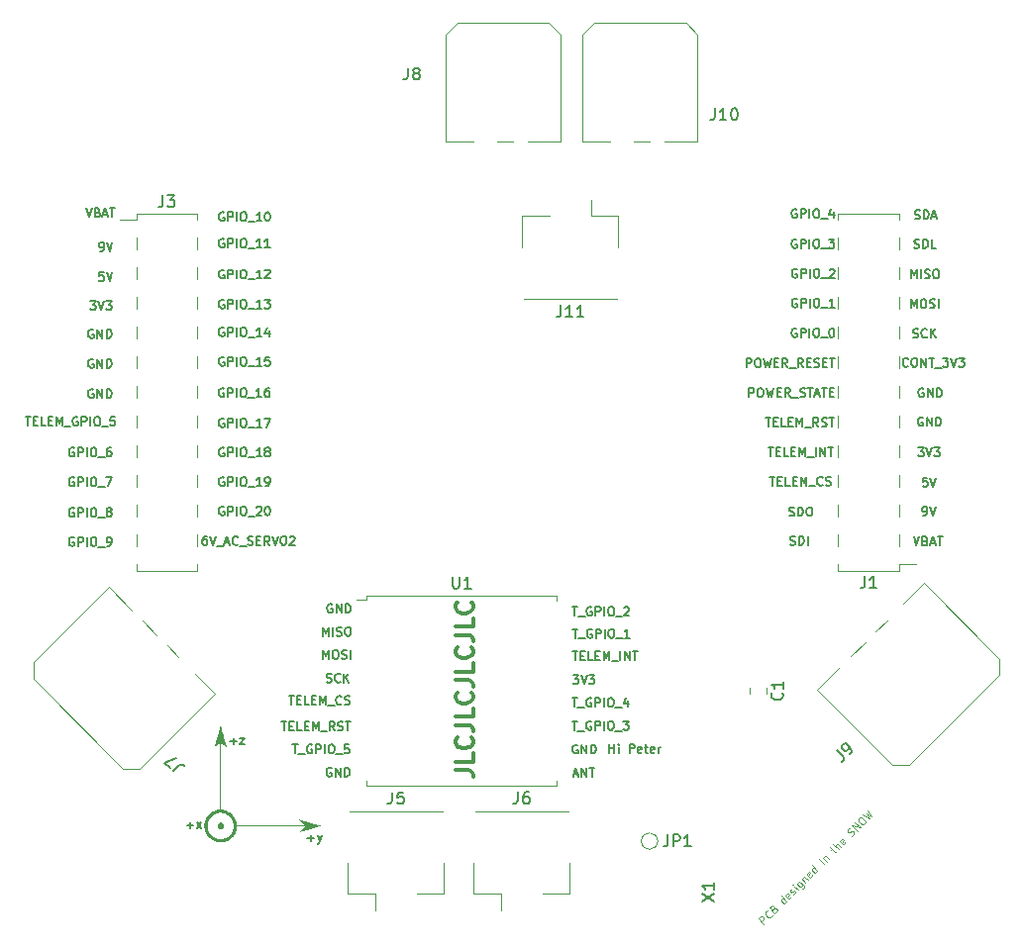
<source format=gbr>
%TF.GenerationSoftware,KiCad,Pcbnew,6.0.1*%
%TF.CreationDate,2022-02-08T14:36:28-06:00*%
%TF.ProjectId,COTS_TELEM,434f5453-5f54-4454-9c45-4d2e6b696361,rev?*%
%TF.SameCoordinates,Original*%
%TF.FileFunction,Legend,Top*%
%TF.FilePolarity,Positive*%
%FSLAX46Y46*%
G04 Gerber Fmt 4.6, Leading zero omitted, Abs format (unit mm)*
G04 Created by KiCad (PCBNEW 6.0.1) date 2022-02-08 14:36:28*
%MOMM*%
%LPD*%
G01*
G04 APERTURE LIST*
%ADD10C,0.300000*%
%ADD11C,0.150000*%
%ADD12C,0.100000*%
%ADD13C,0.120000*%
G04 APERTURE END LIST*
D10*
X-5321428Y-25328571D02*
X-4250000Y-25328571D01*
X-4035714Y-25400000D01*
X-3892857Y-25542857D01*
X-3821428Y-25757142D01*
X-3821428Y-25900000D01*
X-3821428Y-23900000D02*
X-3821428Y-24614285D01*
X-5321428Y-24614285D01*
X-3964285Y-22542857D02*
X-3892857Y-22614285D01*
X-3821428Y-22828571D01*
X-3821428Y-22971428D01*
X-3892857Y-23185714D01*
X-4035714Y-23328571D01*
X-4178571Y-23400000D01*
X-4464285Y-23471428D01*
X-4678571Y-23471428D01*
X-4964285Y-23400000D01*
X-5107142Y-23328571D01*
X-5250000Y-23185714D01*
X-5321428Y-22971428D01*
X-5321428Y-22828571D01*
X-5250000Y-22614285D01*
X-5178571Y-22542857D01*
X-5321428Y-21471428D02*
X-4250000Y-21471428D01*
X-4035714Y-21542857D01*
X-3892857Y-21685714D01*
X-3821428Y-21900000D01*
X-3821428Y-22042857D01*
X-3821428Y-20042857D02*
X-3821428Y-20757142D01*
X-5321428Y-20757142D01*
X-3964285Y-18685714D02*
X-3892857Y-18757142D01*
X-3821428Y-18971428D01*
X-3821428Y-19114285D01*
X-3892857Y-19328571D01*
X-4035714Y-19471428D01*
X-4178571Y-19542857D01*
X-4464285Y-19614285D01*
X-4678571Y-19614285D01*
X-4964285Y-19542857D01*
X-5107142Y-19471428D01*
X-5250000Y-19328571D01*
X-5321428Y-19114285D01*
X-5321428Y-18971428D01*
X-5250000Y-18757142D01*
X-5178571Y-18685714D01*
X-5321428Y-17614285D02*
X-4250000Y-17614285D01*
X-4035714Y-17685714D01*
X-3892857Y-17828571D01*
X-3821428Y-18042857D01*
X-3821428Y-18185714D01*
X-3821428Y-16185714D02*
X-3821428Y-16900000D01*
X-5321428Y-16900000D01*
X-3964285Y-14828571D02*
X-3892857Y-14899999D01*
X-3821428Y-15114285D01*
X-3821428Y-15257142D01*
X-3892857Y-15471428D01*
X-4035714Y-15614285D01*
X-4178571Y-15685714D01*
X-4464285Y-15757142D01*
X-4678571Y-15757142D01*
X-4964285Y-15685714D01*
X-5107142Y-15614285D01*
X-5250000Y-15471428D01*
X-5321428Y-15257142D01*
X-5321428Y-15114285D01*
X-5250000Y-14899999D01*
X-5178571Y-14828571D01*
X-5321428Y-13757142D02*
X-4250000Y-13757142D01*
X-4035714Y-13828571D01*
X-3892857Y-13971428D01*
X-3821428Y-14185714D01*
X-3821428Y-14328571D01*
X-3821428Y-12328571D02*
X-3821428Y-13042857D01*
X-5321428Y-13042857D01*
X-3964285Y-10971428D02*
X-3892857Y-11042857D01*
X-3821428Y-11257142D01*
X-3821428Y-11399999D01*
X-3892857Y-11614285D01*
X-4035714Y-11757142D01*
X-4178571Y-11828571D01*
X-4464285Y-11899999D01*
X-4678571Y-11899999D01*
X-4964285Y-11828571D01*
X-5107142Y-11757142D01*
X-5250000Y-11614285D01*
X-5321428Y-11399999D01*
X-5321428Y-11257142D01*
X-5250000Y-11042857D01*
X-5178571Y-10971428D01*
D11*
X-26599285Y-5319285D02*
X-26742142Y-5319285D01*
X-26813571Y-5355000D01*
X-26849285Y-5390714D01*
X-26920714Y-5497857D01*
X-26956428Y-5640714D01*
X-26956428Y-5926428D01*
X-26920714Y-5997857D01*
X-26885000Y-6033571D01*
X-26813571Y-6069285D01*
X-26670714Y-6069285D01*
X-26599285Y-6033571D01*
X-26563571Y-5997857D01*
X-26527857Y-5926428D01*
X-26527857Y-5747857D01*
X-26563571Y-5676428D01*
X-26599285Y-5640714D01*
X-26670714Y-5605000D01*
X-26813571Y-5605000D01*
X-26885000Y-5640714D01*
X-26920714Y-5676428D01*
X-26956428Y-5747857D01*
X-26313571Y-5319285D02*
X-26063571Y-6069285D01*
X-25813571Y-5319285D01*
X-25742142Y-6140714D02*
X-25170714Y-6140714D01*
X-25027857Y-5855000D02*
X-24670714Y-5855000D01*
X-25099285Y-6069285D02*
X-24849285Y-5319285D01*
X-24599285Y-6069285D01*
X-23920714Y-5997857D02*
X-23956428Y-6033571D01*
X-24063571Y-6069285D01*
X-24135000Y-6069285D01*
X-24242142Y-6033571D01*
X-24313571Y-5962142D01*
X-24349285Y-5890714D01*
X-24385000Y-5747857D01*
X-24385000Y-5640714D01*
X-24349285Y-5497857D01*
X-24313571Y-5426428D01*
X-24242142Y-5355000D01*
X-24135000Y-5319285D01*
X-24063571Y-5319285D01*
X-23956428Y-5355000D01*
X-23920714Y-5390714D01*
X-23777857Y-6140714D02*
X-23206428Y-6140714D01*
X-23063571Y-6033571D02*
X-22956428Y-6069285D01*
X-22777857Y-6069285D01*
X-22706428Y-6033571D01*
X-22670714Y-5997857D01*
X-22635000Y-5926428D01*
X-22635000Y-5855000D01*
X-22670714Y-5783571D01*
X-22706428Y-5747857D01*
X-22777857Y-5712142D01*
X-22920714Y-5676428D01*
X-22992142Y-5640714D01*
X-23027857Y-5605000D01*
X-23063571Y-5533571D01*
X-23063571Y-5462142D01*
X-23027857Y-5390714D01*
X-22992142Y-5355000D01*
X-22920714Y-5319285D01*
X-22742142Y-5319285D01*
X-22635000Y-5355000D01*
X-22313571Y-5676428D02*
X-22063571Y-5676428D01*
X-21956428Y-6069285D02*
X-22313571Y-6069285D01*
X-22313571Y-5319285D01*
X-21956428Y-5319285D01*
X-21206428Y-6069285D02*
X-21456428Y-5712142D01*
X-21635000Y-6069285D02*
X-21635000Y-5319285D01*
X-21349285Y-5319285D01*
X-21277857Y-5355000D01*
X-21242142Y-5390714D01*
X-21206428Y-5462142D01*
X-21206428Y-5569285D01*
X-21242142Y-5640714D01*
X-21277857Y-5676428D01*
X-21349285Y-5712142D01*
X-21635000Y-5712142D01*
X-20992142Y-5319285D02*
X-20742142Y-6069285D01*
X-20492142Y-5319285D01*
X-20099285Y-5319285D02*
X-19956428Y-5319285D01*
X-19885000Y-5355000D01*
X-19813571Y-5426428D01*
X-19777857Y-5569285D01*
X-19777857Y-5819285D01*
X-19813571Y-5962142D01*
X-19885000Y-6033571D01*
X-19956428Y-6069285D01*
X-20099285Y-6069285D01*
X-20170714Y-6033571D01*
X-20242142Y-5962142D01*
X-20277857Y-5819285D01*
X-20277857Y-5569285D01*
X-20242142Y-5426428D01*
X-20170714Y-5355000D01*
X-20099285Y-5319285D01*
X-19492142Y-5390714D02*
X-19456428Y-5355000D01*
X-19385000Y-5319285D01*
X-19206428Y-5319285D01*
X-19135000Y-5355000D01*
X-19099285Y-5390714D01*
X-19063571Y-5462142D01*
X-19063571Y-5533571D01*
X-19099285Y-5640714D01*
X-19527857Y-6069285D01*
X-19063571Y-6069285D01*
X33379285Y9242142D02*
X33343571Y9206428D01*
X33236428Y9170714D01*
X33165000Y9170714D01*
X33057857Y9206428D01*
X32986428Y9277857D01*
X32950714Y9349285D01*
X32915000Y9492142D01*
X32915000Y9599285D01*
X32950714Y9742142D01*
X32986428Y9813571D01*
X33057857Y9885000D01*
X33165000Y9920714D01*
X33236428Y9920714D01*
X33343571Y9885000D01*
X33379285Y9849285D01*
X33843571Y9920714D02*
X33986428Y9920714D01*
X34057857Y9885000D01*
X34129285Y9813571D01*
X34165000Y9670714D01*
X34165000Y9420714D01*
X34129285Y9277857D01*
X34057857Y9206428D01*
X33986428Y9170714D01*
X33843571Y9170714D01*
X33772142Y9206428D01*
X33700714Y9277857D01*
X33665000Y9420714D01*
X33665000Y9670714D01*
X33700714Y9813571D01*
X33772142Y9885000D01*
X33843571Y9920714D01*
X34486428Y9170714D02*
X34486428Y9920714D01*
X34915000Y9170714D01*
X34915000Y9920714D01*
X35165000Y9920714D02*
X35593571Y9920714D01*
X35379285Y9170714D02*
X35379285Y9920714D01*
X35665000Y9099285D02*
X36236428Y9099285D01*
X36343571Y9920714D02*
X36807857Y9920714D01*
X36557857Y9635000D01*
X36665000Y9635000D01*
X36736428Y9599285D01*
X36772142Y9563571D01*
X36807857Y9492142D01*
X36807857Y9313571D01*
X36772142Y9242142D01*
X36736428Y9206428D01*
X36665000Y9170714D01*
X36450714Y9170714D01*
X36379285Y9206428D01*
X36343571Y9242142D01*
X37022142Y9920714D02*
X37272142Y9170714D01*
X37522142Y9920714D01*
X37700714Y9920714D02*
X38165000Y9920714D01*
X37915000Y9635000D01*
X38022142Y9635000D01*
X38093571Y9599285D01*
X38129285Y9563571D01*
X38165000Y9492142D01*
X38165000Y9313571D01*
X38129285Y9242142D01*
X38093571Y9206428D01*
X38022142Y9170714D01*
X37807857Y9170714D01*
X37736428Y9206428D01*
X37700714Y9242142D01*
X-42099600Y4895714D02*
X-41671028Y4895714D01*
X-41885314Y4145714D02*
X-41885314Y4895714D01*
X-41421028Y4538571D02*
X-41171028Y4538571D01*
X-41063885Y4145714D02*
X-41421028Y4145714D01*
X-41421028Y4895714D01*
X-41063885Y4895714D01*
X-40385314Y4145714D02*
X-40742457Y4145714D01*
X-40742457Y4895714D01*
X-40135314Y4538571D02*
X-39885314Y4538571D01*
X-39778171Y4145714D02*
X-40135314Y4145714D01*
X-40135314Y4895714D01*
X-39778171Y4895714D01*
X-39456742Y4145714D02*
X-39456742Y4895714D01*
X-39206742Y4360000D01*
X-38956742Y4895714D01*
X-38956742Y4145714D01*
X-38778171Y4074285D02*
X-38206742Y4074285D01*
X-37635314Y4860000D02*
X-37706742Y4895714D01*
X-37813885Y4895714D01*
X-37921028Y4860000D01*
X-37992457Y4788571D01*
X-38028171Y4717142D01*
X-38063885Y4574285D01*
X-38063885Y4467142D01*
X-38028171Y4324285D01*
X-37992457Y4252857D01*
X-37921028Y4181428D01*
X-37813885Y4145714D01*
X-37742457Y4145714D01*
X-37635314Y4181428D01*
X-37599600Y4217142D01*
X-37599600Y4467142D01*
X-37742457Y4467142D01*
X-37278171Y4145714D02*
X-37278171Y4895714D01*
X-36992457Y4895714D01*
X-36921028Y4860000D01*
X-36885314Y4824285D01*
X-36849600Y4752857D01*
X-36849600Y4645714D01*
X-36885314Y4574285D01*
X-36921028Y4538571D01*
X-36992457Y4502857D01*
X-37278171Y4502857D01*
X-36528171Y4145714D02*
X-36528171Y4895714D01*
X-36028171Y4895714D02*
X-35885314Y4895714D01*
X-35813885Y4860000D01*
X-35742457Y4788571D01*
X-35706742Y4645714D01*
X-35706742Y4395714D01*
X-35742457Y4252857D01*
X-35813885Y4181428D01*
X-35885314Y4145714D01*
X-36028171Y4145714D01*
X-36099600Y4181428D01*
X-36171028Y4252857D01*
X-36206742Y4395714D01*
X-36206742Y4645714D01*
X-36171028Y4788571D01*
X-36099600Y4860000D01*
X-36028171Y4895714D01*
X-35563885Y4074285D02*
X-34992457Y4074285D01*
X-34456742Y4895714D02*
X-34813885Y4895714D01*
X-34849600Y4538571D01*
X-34813885Y4574285D01*
X-34742457Y4610000D01*
X-34563885Y4610000D01*
X-34492457Y4574285D01*
X-34456742Y4538571D01*
X-34421028Y4467142D01*
X-34421028Y4288571D01*
X-34456742Y4217142D01*
X-34492457Y4181428D01*
X-34563885Y4145714D01*
X-34742457Y4145714D01*
X-34813885Y4181428D01*
X-34849600Y4217142D01*
X-37937171Y-5450000D02*
X-38008599Y-5414285D01*
X-38115742Y-5414285D01*
X-38222885Y-5450000D01*
X-38294314Y-5521428D01*
X-38330028Y-5592857D01*
X-38365742Y-5735714D01*
X-38365742Y-5842857D01*
X-38330028Y-5985714D01*
X-38294314Y-6057142D01*
X-38222885Y-6128571D01*
X-38115742Y-6164285D01*
X-38044314Y-6164285D01*
X-37937171Y-6128571D01*
X-37901456Y-6092857D01*
X-37901456Y-5842857D01*
X-38044314Y-5842857D01*
X-37580028Y-6164285D02*
X-37580028Y-5414285D01*
X-37294314Y-5414285D01*
X-37222885Y-5450000D01*
X-37187171Y-5485714D01*
X-37151456Y-5557142D01*
X-37151456Y-5664285D01*
X-37187171Y-5735714D01*
X-37222885Y-5771428D01*
X-37294314Y-5807142D01*
X-37580028Y-5807142D01*
X-36830028Y-6164285D02*
X-36830028Y-5414285D01*
X-36330028Y-5414285D02*
X-36187171Y-5414285D01*
X-36115742Y-5450000D01*
X-36044314Y-5521428D01*
X-36008599Y-5664285D01*
X-36008599Y-5914285D01*
X-36044314Y-6057142D01*
X-36115742Y-6128571D01*
X-36187171Y-6164285D01*
X-36330028Y-6164285D01*
X-36401456Y-6128571D01*
X-36472885Y-6057142D01*
X-36508599Y-5914285D01*
X-36508599Y-5664285D01*
X-36472885Y-5521428D01*
X-36401456Y-5450000D01*
X-36330028Y-5414285D01*
X-35865742Y-6235714D02*
X-35294314Y-6235714D01*
X-35080028Y-6164285D02*
X-34937171Y-6164285D01*
X-34865742Y-6128571D01*
X-34830028Y-6092857D01*
X-34758599Y-5985714D01*
X-34722885Y-5842857D01*
X-34722885Y-5557142D01*
X-34758599Y-5485714D01*
X-34794314Y-5450000D01*
X-34865742Y-5414285D01*
X-35008599Y-5414285D01*
X-35080028Y-5450000D01*
X-35115742Y-5485714D01*
X-35151456Y-5557142D01*
X-35151456Y-5735714D01*
X-35115742Y-5807142D01*
X-35080028Y-5842857D01*
X-35008599Y-5878571D01*
X-34865742Y-5878571D01*
X-34794314Y-5842857D01*
X-34758599Y-5807142D01*
X-34722885Y-5735714D01*
X23217857Y-3553571D02*
X23325000Y-3589285D01*
X23503571Y-3589285D01*
X23575000Y-3553571D01*
X23610714Y-3517857D01*
X23646428Y-3446428D01*
X23646428Y-3375000D01*
X23610714Y-3303571D01*
X23575000Y-3267857D01*
X23503571Y-3232142D01*
X23360714Y-3196428D01*
X23289285Y-3160714D01*
X23253571Y-3125000D01*
X23217857Y-3053571D01*
X23217857Y-2982142D01*
X23253571Y-2910714D01*
X23289285Y-2875000D01*
X23360714Y-2839285D01*
X23539285Y-2839285D01*
X23646428Y-2875000D01*
X23967857Y-3589285D02*
X23967857Y-2839285D01*
X24146428Y-2839285D01*
X24253571Y-2875000D01*
X24325000Y-2946428D01*
X24360714Y-3017857D01*
X24396428Y-3160714D01*
X24396428Y-3267857D01*
X24360714Y-3410714D01*
X24325000Y-3482142D01*
X24253571Y-3553571D01*
X24146428Y-3589285D01*
X23967857Y-3589285D01*
X24860714Y-2839285D02*
X25003571Y-2839285D01*
X25075000Y-2875000D01*
X25146428Y-2946428D01*
X25182142Y-3089285D01*
X25182142Y-3339285D01*
X25146428Y-3482142D01*
X25075000Y-3553571D01*
X25003571Y-3589285D01*
X24860714Y-3589285D01*
X24789285Y-3553571D01*
X24717857Y-3482142D01*
X24682142Y-3339285D01*
X24682142Y-3089285D01*
X24717857Y-2946428D01*
X24789285Y-2875000D01*
X24860714Y-2839285D01*
X35027142Y-319285D02*
X34670000Y-319285D01*
X34634285Y-676428D01*
X34670000Y-640714D01*
X34741428Y-605000D01*
X34920000Y-605000D01*
X34991428Y-640714D01*
X35027142Y-676428D01*
X35062857Y-747857D01*
X35062857Y-926428D01*
X35027142Y-997857D01*
X34991428Y-1033571D01*
X34920000Y-1069285D01*
X34741428Y-1069285D01*
X34670000Y-1033571D01*
X34634285Y-997857D01*
X35277142Y-319285D02*
X35527142Y-1069285D01*
X35777142Y-319285D01*
X-24589285Y-22853571D02*
X-24017857Y-22853571D01*
X-24303571Y-23139285D02*
X-24303571Y-22567857D01*
X-23732142Y-22639285D02*
X-23339285Y-22639285D01*
X-23732142Y-23139285D01*
X-23339285Y-23139285D01*
D12*
X21059842Y-38486003D02*
X20600222Y-38026384D01*
X20775316Y-37851291D01*
X20840975Y-37829404D01*
X20884749Y-37829404D01*
X20950409Y-37851291D01*
X21016069Y-37916951D01*
X21037955Y-37982611D01*
X21037955Y-38026384D01*
X21016069Y-38092044D01*
X20840975Y-38267137D01*
X21738328Y-37719971D02*
X21738328Y-37763744D01*
X21694554Y-37851291D01*
X21650781Y-37895064D01*
X21563235Y-37938837D01*
X21475688Y-37938837D01*
X21410028Y-37916951D01*
X21300595Y-37851291D01*
X21234935Y-37785631D01*
X21169275Y-37676198D01*
X21147388Y-37610538D01*
X21147388Y-37522991D01*
X21191162Y-37435445D01*
X21234935Y-37391671D01*
X21322482Y-37347898D01*
X21366255Y-37347898D01*
X21891534Y-37172805D02*
X21979081Y-37129032D01*
X22022854Y-37129032D01*
X22088514Y-37150918D01*
X22154174Y-37216578D01*
X22176060Y-37282238D01*
X22176060Y-37326011D01*
X22154174Y-37391671D01*
X21979081Y-37566764D01*
X21519461Y-37107145D01*
X21672668Y-36953939D01*
X21738328Y-36932052D01*
X21782101Y-36932052D01*
X21847761Y-36953939D01*
X21891534Y-36997712D01*
X21913421Y-37063372D01*
X21913421Y-37107145D01*
X21891534Y-37172805D01*
X21738328Y-37326011D01*
X22985866Y-36559979D02*
X22526247Y-36100360D01*
X22963979Y-36538092D02*
X22942093Y-36603752D01*
X22854546Y-36691299D01*
X22788886Y-36713186D01*
X22745113Y-36713186D01*
X22679453Y-36691299D01*
X22548133Y-36559979D01*
X22526247Y-36494319D01*
X22526247Y-36450546D01*
X22548133Y-36384886D01*
X22635680Y-36297339D01*
X22701340Y-36275453D01*
X23357939Y-36144133D02*
X23336052Y-36209793D01*
X23248506Y-36297339D01*
X23182846Y-36319226D01*
X23117186Y-36297339D01*
X22942093Y-36122246D01*
X22920206Y-36056586D01*
X22942093Y-35990926D01*
X23029639Y-35903380D01*
X23095299Y-35881493D01*
X23160959Y-35903380D01*
X23204732Y-35947153D01*
X23029639Y-36209793D01*
X23554919Y-35947153D02*
X23620579Y-35925267D01*
X23708125Y-35837720D01*
X23730012Y-35772060D01*
X23708125Y-35706400D01*
X23686238Y-35684514D01*
X23620579Y-35662627D01*
X23554919Y-35684514D01*
X23489259Y-35750173D01*
X23423599Y-35772060D01*
X23357939Y-35750173D01*
X23336052Y-35728287D01*
X23314166Y-35662627D01*
X23336052Y-35596967D01*
X23401712Y-35531307D01*
X23467372Y-35509420D01*
X23970765Y-35575080D02*
X23664352Y-35268667D01*
X23511145Y-35115461D02*
X23511145Y-35159234D01*
X23554919Y-35159234D01*
X23554919Y-35115461D01*
X23511145Y-35115461D01*
X23554919Y-35159234D01*
X24080198Y-34852821D02*
X24452271Y-35224894D01*
X24474157Y-35290554D01*
X24474157Y-35334327D01*
X24452271Y-35399987D01*
X24386611Y-35465647D01*
X24320951Y-35487534D01*
X24364724Y-35137348D02*
X24342838Y-35203008D01*
X24255291Y-35290554D01*
X24189631Y-35312441D01*
X24145858Y-35312441D01*
X24080198Y-35290554D01*
X23948878Y-35159234D01*
X23926991Y-35093574D01*
X23926991Y-35049801D01*
X23948878Y-34984141D01*
X24036425Y-34896595D01*
X24102085Y-34874708D01*
X24299064Y-34633955D02*
X24605477Y-34940368D01*
X24342838Y-34677728D02*
X24342838Y-34633955D01*
X24364724Y-34568295D01*
X24430384Y-34502635D01*
X24496044Y-34480748D01*
X24561704Y-34502635D01*
X24802457Y-34743388D01*
X25174530Y-34327542D02*
X25152643Y-34393202D01*
X25065097Y-34480748D01*
X24999437Y-34502635D01*
X24933777Y-34480748D01*
X24758684Y-34305655D01*
X24736797Y-34239995D01*
X24758684Y-34174336D01*
X24846230Y-34086789D01*
X24911890Y-34064902D01*
X24977550Y-34086789D01*
X25021323Y-34130562D01*
X24846230Y-34393202D01*
X25612263Y-33933582D02*
X25152643Y-33473963D01*
X25590376Y-33911696D02*
X25568489Y-33977356D01*
X25480943Y-34064902D01*
X25415283Y-34086789D01*
X25371510Y-34086789D01*
X25305850Y-34064902D01*
X25174530Y-33933582D01*
X25152643Y-33867923D01*
X25152643Y-33824149D01*
X25174530Y-33758489D01*
X25262076Y-33670943D01*
X25327736Y-33649056D01*
X26181315Y-33364530D02*
X25874902Y-33058117D01*
X25721696Y-32904910D02*
X25721696Y-32948684D01*
X25765469Y-32948684D01*
X25765469Y-32904910D01*
X25721696Y-32904910D01*
X25765469Y-32948684D01*
X26093769Y-32839251D02*
X26400182Y-33145663D01*
X26137542Y-32883024D02*
X26137542Y-32839251D01*
X26159429Y-32773591D01*
X26225089Y-32707931D01*
X26290748Y-32686044D01*
X26356408Y-32707931D01*
X26597161Y-32948684D01*
X26794141Y-32138878D02*
X26969234Y-31963785D01*
X26706595Y-31920012D02*
X27100554Y-32313971D01*
X27166214Y-32335858D01*
X27231874Y-32313971D01*
X27275647Y-32270198D01*
X27428854Y-32116991D02*
X26969234Y-31657372D01*
X27625833Y-31920012D02*
X27385080Y-31679259D01*
X27319420Y-31657372D01*
X27253761Y-31679259D01*
X27188101Y-31744919D01*
X27166214Y-31810579D01*
X27166214Y-31854352D01*
X27997906Y-31504166D02*
X27976020Y-31569826D01*
X27888473Y-31657372D01*
X27822813Y-31679259D01*
X27757153Y-31657372D01*
X27582060Y-31482279D01*
X27560173Y-31416619D01*
X27582060Y-31350959D01*
X27669607Y-31263413D01*
X27735267Y-31241526D01*
X27800926Y-31263413D01*
X27844700Y-31307186D01*
X27669607Y-31569826D01*
X28545072Y-30957000D02*
X28632619Y-30913226D01*
X28742052Y-30803793D01*
X28763939Y-30738133D01*
X28763939Y-30694360D01*
X28742052Y-30628700D01*
X28698279Y-30584927D01*
X28632619Y-30563040D01*
X28588845Y-30563040D01*
X28523186Y-30584927D01*
X28413752Y-30650587D01*
X28348092Y-30672473D01*
X28304319Y-30672473D01*
X28238659Y-30650587D01*
X28194886Y-30606813D01*
X28172999Y-30541154D01*
X28172999Y-30497380D01*
X28194886Y-30431720D01*
X28304319Y-30322287D01*
X28391866Y-30278514D01*
X29026578Y-30519267D02*
X28566959Y-30059647D01*
X29289218Y-30256627D01*
X28829599Y-29797008D01*
X29136011Y-29490595D02*
X29223558Y-29403048D01*
X29289218Y-29381162D01*
X29376764Y-29381162D01*
X29486198Y-29446822D01*
X29639404Y-29600028D01*
X29705064Y-29709461D01*
X29705064Y-29797008D01*
X29683177Y-29862668D01*
X29595631Y-29950214D01*
X29529971Y-29972101D01*
X29442424Y-29972101D01*
X29332991Y-29906441D01*
X29179785Y-29753235D01*
X29114125Y-29643801D01*
X29114125Y-29556255D01*
X29136011Y-29490595D01*
X29486198Y-29140409D02*
X30055250Y-29490595D01*
X29814497Y-29074749D01*
X30230343Y-29315502D01*
X29880157Y-28746449D01*
D11*
X-19244285Y-23139285D02*
X-18815714Y-23139285D01*
X-19030000Y-23889285D02*
X-19030000Y-23139285D01*
X-18744285Y-23960714D02*
X-18172857Y-23960714D01*
X-17601428Y-23175000D02*
X-17672857Y-23139285D01*
X-17780000Y-23139285D01*
X-17887142Y-23175000D01*
X-17958571Y-23246428D01*
X-17994285Y-23317857D01*
X-18030000Y-23460714D01*
X-18030000Y-23567857D01*
X-17994285Y-23710714D01*
X-17958571Y-23782142D01*
X-17887142Y-23853571D01*
X-17780000Y-23889285D01*
X-17708571Y-23889285D01*
X-17601428Y-23853571D01*
X-17565714Y-23817857D01*
X-17565714Y-23567857D01*
X-17708571Y-23567857D01*
X-17244285Y-23889285D02*
X-17244285Y-23139285D01*
X-16958571Y-23139285D01*
X-16887142Y-23175000D01*
X-16851428Y-23210714D01*
X-16815714Y-23282142D01*
X-16815714Y-23389285D01*
X-16851428Y-23460714D01*
X-16887142Y-23496428D01*
X-16958571Y-23532142D01*
X-17244285Y-23532142D01*
X-16494285Y-23889285D02*
X-16494285Y-23139285D01*
X-15994285Y-23139285D02*
X-15851428Y-23139285D01*
X-15780000Y-23175000D01*
X-15708571Y-23246428D01*
X-15672857Y-23389285D01*
X-15672857Y-23639285D01*
X-15708571Y-23782142D01*
X-15780000Y-23853571D01*
X-15851428Y-23889285D01*
X-15994285Y-23889285D01*
X-16065714Y-23853571D01*
X-16137142Y-23782142D01*
X-16172857Y-23639285D01*
X-16172857Y-23389285D01*
X-16137142Y-23246428D01*
X-16065714Y-23175000D01*
X-15994285Y-23139285D01*
X-15530000Y-23960714D02*
X-14958571Y-23960714D01*
X-14422857Y-23139285D02*
X-14780000Y-23139285D01*
X-14815714Y-23496428D01*
X-14780000Y-23460714D01*
X-14708571Y-23425000D01*
X-14530000Y-23425000D01*
X-14458571Y-23460714D01*
X-14422857Y-23496428D01*
X-14387142Y-23567857D01*
X-14387142Y-23746428D01*
X-14422857Y-23817857D01*
X-14458571Y-23853571D01*
X-14530000Y-23889285D01*
X-14708571Y-23889285D01*
X-14780000Y-23853571D01*
X-14815714Y-23817857D01*
X33805714Y11706428D02*
X33912857Y11670714D01*
X34091428Y11670714D01*
X34162857Y11706428D01*
X34198571Y11742142D01*
X34234285Y11813571D01*
X34234285Y11885000D01*
X34198571Y11956428D01*
X34162857Y11992142D01*
X34091428Y12027857D01*
X33948571Y12063571D01*
X33877142Y12099285D01*
X33841428Y12135000D01*
X33805714Y12206428D01*
X33805714Y12277857D01*
X33841428Y12349285D01*
X33877142Y12385000D01*
X33948571Y12420714D01*
X34127142Y12420714D01*
X34234285Y12385000D01*
X34984285Y11742142D02*
X34948571Y11706428D01*
X34841428Y11670714D01*
X34770000Y11670714D01*
X34662857Y11706428D01*
X34591428Y11777857D01*
X34555714Y11849285D01*
X34520000Y11992142D01*
X34520000Y12099285D01*
X34555714Y12242142D01*
X34591428Y12313571D01*
X34662857Y12385000D01*
X34770000Y12420714D01*
X34841428Y12420714D01*
X34948571Y12385000D01*
X34984285Y12349285D01*
X35305714Y11670714D02*
X35305714Y12420714D01*
X35734285Y11670714D02*
X35412857Y12099285D01*
X35734285Y12420714D02*
X35305714Y11992142D01*
X21211428Y4820714D02*
X21640000Y4820714D01*
X21425714Y4070714D02*
X21425714Y4820714D01*
X21890000Y4463571D02*
X22140000Y4463571D01*
X22247142Y4070714D02*
X21890000Y4070714D01*
X21890000Y4820714D01*
X22247142Y4820714D01*
X22925714Y4070714D02*
X22568571Y4070714D01*
X22568571Y4820714D01*
X23175714Y4463571D02*
X23425714Y4463571D01*
X23532857Y4070714D02*
X23175714Y4070714D01*
X23175714Y4820714D01*
X23532857Y4820714D01*
X23854285Y4070714D02*
X23854285Y4820714D01*
X24104285Y4285000D01*
X24354285Y4820714D01*
X24354285Y4070714D01*
X24532857Y3999285D02*
X25104285Y3999285D01*
X25711428Y4070714D02*
X25461428Y4427857D01*
X25282857Y4070714D02*
X25282857Y4820714D01*
X25568571Y4820714D01*
X25640000Y4785000D01*
X25675714Y4749285D01*
X25711428Y4677857D01*
X25711428Y4570714D01*
X25675714Y4499285D01*
X25640000Y4463571D01*
X25568571Y4427857D01*
X25282857Y4427857D01*
X25997142Y4106428D02*
X26104285Y4070714D01*
X26282857Y4070714D01*
X26354285Y4106428D01*
X26390000Y4142142D01*
X26425714Y4213571D01*
X26425714Y4285000D01*
X26390000Y4356428D01*
X26354285Y4392142D01*
X26282857Y4427857D01*
X26140000Y4463571D01*
X26068571Y4499285D01*
X26032857Y4535000D01*
X25997142Y4606428D01*
X25997142Y4677857D01*
X26032857Y4749285D01*
X26068571Y4785000D01*
X26140000Y4820714D01*
X26318571Y4820714D01*
X26425714Y4785000D01*
X26640000Y4820714D02*
X27068571Y4820714D01*
X26854285Y4070714D02*
X26854285Y4820714D01*
X-25115600Y22364600D02*
X-25187028Y22400314D01*
X-25294171Y22400314D01*
X-25401314Y22364600D01*
X-25472742Y22293171D01*
X-25508457Y22221742D01*
X-25544171Y22078885D01*
X-25544171Y21971742D01*
X-25508457Y21828885D01*
X-25472742Y21757457D01*
X-25401314Y21686028D01*
X-25294171Y21650314D01*
X-25222742Y21650314D01*
X-25115600Y21686028D01*
X-25079885Y21721742D01*
X-25079885Y21971742D01*
X-25222742Y21971742D01*
X-24758457Y21650314D02*
X-24758457Y22400314D01*
X-24472742Y22400314D01*
X-24401314Y22364600D01*
X-24365600Y22328885D01*
X-24329885Y22257457D01*
X-24329885Y22150314D01*
X-24365600Y22078885D01*
X-24401314Y22043171D01*
X-24472742Y22007457D01*
X-24758457Y22007457D01*
X-24008457Y21650314D02*
X-24008457Y22400314D01*
X-23508457Y22400314D02*
X-23365600Y22400314D01*
X-23294171Y22364600D01*
X-23222742Y22293171D01*
X-23187028Y22150314D01*
X-23187028Y21900314D01*
X-23222742Y21757457D01*
X-23294171Y21686028D01*
X-23365600Y21650314D01*
X-23508457Y21650314D01*
X-23579885Y21686028D01*
X-23651314Y21757457D01*
X-23687028Y21900314D01*
X-23687028Y22150314D01*
X-23651314Y22293171D01*
X-23579885Y22364600D01*
X-23508457Y22400314D01*
X-23044171Y21578885D02*
X-22472742Y21578885D01*
X-21901314Y21650314D02*
X-22329885Y21650314D01*
X-22115600Y21650314D02*
X-22115600Y22400314D01*
X-22187028Y22293171D01*
X-22258457Y22221742D01*
X-22329885Y22186028D01*
X-21437028Y22400314D02*
X-21365600Y22400314D01*
X-21294171Y22364600D01*
X-21258457Y22328885D01*
X-21222742Y22257457D01*
X-21187028Y22114600D01*
X-21187028Y21936028D01*
X-21222742Y21793171D01*
X-21258457Y21721742D01*
X-21294171Y21686028D01*
X-21365600Y21650314D01*
X-21437028Y21650314D01*
X-21508457Y21686028D01*
X-21544171Y21721742D01*
X-21579885Y21793171D01*
X-21615600Y21936028D01*
X-21615600Y22114600D01*
X-21579885Y22257457D01*
X-21544171Y22328885D01*
X-21508457Y22364600D01*
X-21437028Y22400314D01*
X4792857Y-25685000D02*
X5150000Y-25685000D01*
X4721428Y-25899285D02*
X4971428Y-25149285D01*
X5221428Y-25899285D01*
X5471428Y-25899285D02*
X5471428Y-25149285D01*
X5900000Y-25899285D01*
X5900000Y-25149285D01*
X6150000Y-25149285D02*
X6578571Y-25149285D01*
X6364285Y-25899285D02*
X6364285Y-25149285D01*
X-25125000Y7325000D02*
X-25196428Y7360714D01*
X-25303571Y7360714D01*
X-25410714Y7325000D01*
X-25482142Y7253571D01*
X-25517857Y7182142D01*
X-25553571Y7039285D01*
X-25553571Y6932142D01*
X-25517857Y6789285D01*
X-25482142Y6717857D01*
X-25410714Y6646428D01*
X-25303571Y6610714D01*
X-25232142Y6610714D01*
X-25125000Y6646428D01*
X-25089285Y6682142D01*
X-25089285Y6932142D01*
X-25232142Y6932142D01*
X-24767857Y6610714D02*
X-24767857Y7360714D01*
X-24482142Y7360714D01*
X-24410714Y7325000D01*
X-24375000Y7289285D01*
X-24339285Y7217857D01*
X-24339285Y7110714D01*
X-24375000Y7039285D01*
X-24410714Y7003571D01*
X-24482142Y6967857D01*
X-24767857Y6967857D01*
X-24017857Y6610714D02*
X-24017857Y7360714D01*
X-23517857Y7360714D02*
X-23375000Y7360714D01*
X-23303571Y7325000D01*
X-23232142Y7253571D01*
X-23196428Y7110714D01*
X-23196428Y6860714D01*
X-23232142Y6717857D01*
X-23303571Y6646428D01*
X-23375000Y6610714D01*
X-23517857Y6610714D01*
X-23589285Y6646428D01*
X-23660714Y6717857D01*
X-23696428Y6860714D01*
X-23696428Y7110714D01*
X-23660714Y7253571D01*
X-23589285Y7325000D01*
X-23517857Y7360714D01*
X-23053571Y6539285D02*
X-22482142Y6539285D01*
X-21910714Y6610714D02*
X-22339285Y6610714D01*
X-22125000Y6610714D02*
X-22125000Y7360714D01*
X-22196428Y7253571D01*
X-22267857Y7182142D01*
X-22339285Y7146428D01*
X-21267857Y7360714D02*
X-21410714Y7360714D01*
X-21482142Y7325000D01*
X-21517857Y7289285D01*
X-21589285Y7182142D01*
X-21625000Y7039285D01*
X-21625000Y6753571D01*
X-21589285Y6682142D01*
X-21553571Y6646428D01*
X-21482142Y6610714D01*
X-21339285Y6610714D01*
X-21267857Y6646428D01*
X-21232142Y6682142D01*
X-21196428Y6753571D01*
X-21196428Y6932142D01*
X-21232142Y7003571D01*
X-21267857Y7039285D01*
X-21339285Y7075000D01*
X-21482142Y7075000D01*
X-21553571Y7039285D01*
X-21589285Y7003571D01*
X-21625000Y6932142D01*
X-37937171Y2230000D02*
X-38008599Y2265714D01*
X-38115742Y2265714D01*
X-38222885Y2230000D01*
X-38294314Y2158571D01*
X-38330028Y2087142D01*
X-38365742Y1944285D01*
X-38365742Y1837142D01*
X-38330028Y1694285D01*
X-38294314Y1622857D01*
X-38222885Y1551428D01*
X-38115742Y1515714D01*
X-38044314Y1515714D01*
X-37937171Y1551428D01*
X-37901456Y1587142D01*
X-37901456Y1837142D01*
X-38044314Y1837142D01*
X-37580028Y1515714D02*
X-37580028Y2265714D01*
X-37294314Y2265714D01*
X-37222885Y2230000D01*
X-37187171Y2194285D01*
X-37151456Y2122857D01*
X-37151456Y2015714D01*
X-37187171Y1944285D01*
X-37222885Y1908571D01*
X-37294314Y1872857D01*
X-37580028Y1872857D01*
X-36830028Y1515714D02*
X-36830028Y2265714D01*
X-36330028Y2265714D02*
X-36187171Y2265714D01*
X-36115742Y2230000D01*
X-36044314Y2158571D01*
X-36008599Y2015714D01*
X-36008599Y1765714D01*
X-36044314Y1622857D01*
X-36115742Y1551428D01*
X-36187171Y1515714D01*
X-36330028Y1515714D01*
X-36401456Y1551428D01*
X-36472885Y1622857D01*
X-36508599Y1765714D01*
X-36508599Y2015714D01*
X-36472885Y2158571D01*
X-36401456Y2230000D01*
X-36330028Y2265714D01*
X-35865742Y1444285D02*
X-35294314Y1444285D01*
X-34794314Y2265714D02*
X-34937171Y2265714D01*
X-35008599Y2230000D01*
X-35044314Y2194285D01*
X-35115742Y2087142D01*
X-35151456Y1944285D01*
X-35151456Y1658571D01*
X-35115742Y1587142D01*
X-35080028Y1551428D01*
X-35008599Y1515714D01*
X-34865742Y1515714D01*
X-34794314Y1551428D01*
X-34758599Y1587142D01*
X-34722885Y1658571D01*
X-34722885Y1837142D01*
X-34758599Y1908571D01*
X-34794314Y1944285D01*
X-34865742Y1980000D01*
X-35008599Y1980000D01*
X-35080028Y1944285D01*
X-35115742Y1908571D01*
X-35151456Y1837142D01*
X34645714Y-3529285D02*
X34788571Y-3529285D01*
X34860000Y-3493571D01*
X34895714Y-3457857D01*
X34967142Y-3350714D01*
X35002857Y-3207857D01*
X35002857Y-2922142D01*
X34967142Y-2850714D01*
X34931428Y-2815000D01*
X34860000Y-2779285D01*
X34717142Y-2779285D01*
X34645714Y-2815000D01*
X34610000Y-2850714D01*
X34574285Y-2922142D01*
X34574285Y-3100714D01*
X34610000Y-3172142D01*
X34645714Y-3207857D01*
X34717142Y-3243571D01*
X34860000Y-3243571D01*
X34931428Y-3207857D01*
X34967142Y-3172142D01*
X35002857Y-3100714D01*
X35217142Y-2779285D02*
X35467142Y-3529285D01*
X35717142Y-2779285D01*
X33897142Y19366428D02*
X34004285Y19330714D01*
X34182857Y19330714D01*
X34254285Y19366428D01*
X34290000Y19402142D01*
X34325714Y19473571D01*
X34325714Y19545000D01*
X34290000Y19616428D01*
X34254285Y19652142D01*
X34182857Y19687857D01*
X34040000Y19723571D01*
X33968571Y19759285D01*
X33932857Y19795000D01*
X33897142Y19866428D01*
X33897142Y19937857D01*
X33932857Y20009285D01*
X33968571Y20045000D01*
X34040000Y20080714D01*
X34218571Y20080714D01*
X34325714Y20045000D01*
X34647142Y19330714D02*
X34647142Y20080714D01*
X34825714Y20080714D01*
X34932857Y20045000D01*
X35004285Y19973571D01*
X35040000Y19902142D01*
X35075714Y19759285D01*
X35075714Y19652142D01*
X35040000Y19509285D01*
X35004285Y19437857D01*
X34932857Y19366428D01*
X34825714Y19330714D01*
X34647142Y19330714D01*
X35754285Y19330714D02*
X35397142Y19330714D01*
X35397142Y20080714D01*
X4635714Y-19159285D02*
X5064285Y-19159285D01*
X4850000Y-19909285D02*
X4850000Y-19159285D01*
X5135714Y-19980714D02*
X5707142Y-19980714D01*
X6278571Y-19195000D02*
X6207142Y-19159285D01*
X6100000Y-19159285D01*
X5992857Y-19195000D01*
X5921428Y-19266428D01*
X5885714Y-19337857D01*
X5850000Y-19480714D01*
X5850000Y-19587857D01*
X5885714Y-19730714D01*
X5921428Y-19802142D01*
X5992857Y-19873571D01*
X6100000Y-19909285D01*
X6171428Y-19909285D01*
X6278571Y-19873571D01*
X6314285Y-19837857D01*
X6314285Y-19587857D01*
X6171428Y-19587857D01*
X6635714Y-19909285D02*
X6635714Y-19159285D01*
X6921428Y-19159285D01*
X6992857Y-19195000D01*
X7028571Y-19230714D01*
X7064285Y-19302142D01*
X7064285Y-19409285D01*
X7028571Y-19480714D01*
X6992857Y-19516428D01*
X6921428Y-19552142D01*
X6635714Y-19552142D01*
X7385714Y-19909285D02*
X7385714Y-19159285D01*
X7885714Y-19159285D02*
X8028571Y-19159285D01*
X8100000Y-19195000D01*
X8171428Y-19266428D01*
X8207142Y-19409285D01*
X8207142Y-19659285D01*
X8171428Y-19802142D01*
X8100000Y-19873571D01*
X8028571Y-19909285D01*
X7885714Y-19909285D01*
X7814285Y-19873571D01*
X7742857Y-19802142D01*
X7707142Y-19659285D01*
X7707142Y-19409285D01*
X7742857Y-19266428D01*
X7814285Y-19195000D01*
X7885714Y-19159285D01*
X8350000Y-19980714D02*
X8921428Y-19980714D01*
X9421428Y-19409285D02*
X9421428Y-19909285D01*
X9242857Y-19123571D02*
X9064285Y-19659285D01*
X9528571Y-19659285D01*
X-35722885Y19085714D02*
X-35580028Y19085714D01*
X-35508600Y19121428D01*
X-35472885Y19157142D01*
X-35401457Y19264285D01*
X-35365742Y19407142D01*
X-35365742Y19692857D01*
X-35401457Y19764285D01*
X-35437171Y19800000D01*
X-35508600Y19835714D01*
X-35651457Y19835714D01*
X-35722885Y19800000D01*
X-35758600Y19764285D01*
X-35794314Y19692857D01*
X-35794314Y19514285D01*
X-35758600Y19442857D01*
X-35722885Y19407142D01*
X-35651457Y19371428D01*
X-35508600Y19371428D01*
X-35437171Y19407142D01*
X-35401457Y19442857D01*
X-35365742Y19514285D01*
X-35151457Y19835714D02*
X-34901457Y19085714D01*
X-34651457Y19835714D01*
X4695714Y-13269285D02*
X5124285Y-13269285D01*
X4910000Y-14019285D02*
X4910000Y-13269285D01*
X5195714Y-14090714D02*
X5767142Y-14090714D01*
X6338571Y-13305000D02*
X6267142Y-13269285D01*
X6160000Y-13269285D01*
X6052857Y-13305000D01*
X5981428Y-13376428D01*
X5945714Y-13447857D01*
X5910000Y-13590714D01*
X5910000Y-13697857D01*
X5945714Y-13840714D01*
X5981428Y-13912142D01*
X6052857Y-13983571D01*
X6160000Y-14019285D01*
X6231428Y-14019285D01*
X6338571Y-13983571D01*
X6374285Y-13947857D01*
X6374285Y-13697857D01*
X6231428Y-13697857D01*
X6695714Y-14019285D02*
X6695714Y-13269285D01*
X6981428Y-13269285D01*
X7052857Y-13305000D01*
X7088571Y-13340714D01*
X7124285Y-13412142D01*
X7124285Y-13519285D01*
X7088571Y-13590714D01*
X7052857Y-13626428D01*
X6981428Y-13662142D01*
X6695714Y-13662142D01*
X7445714Y-14019285D02*
X7445714Y-13269285D01*
X7945714Y-13269285D02*
X8088571Y-13269285D01*
X8160000Y-13305000D01*
X8231428Y-13376428D01*
X8267142Y-13519285D01*
X8267142Y-13769285D01*
X8231428Y-13912142D01*
X8160000Y-13983571D01*
X8088571Y-14019285D01*
X7945714Y-14019285D01*
X7874285Y-13983571D01*
X7802857Y-13912142D01*
X7767142Y-13769285D01*
X7767142Y-13519285D01*
X7802857Y-13376428D01*
X7874285Y-13305000D01*
X7945714Y-13269285D01*
X8410000Y-14090714D02*
X8981428Y-14090714D01*
X9552857Y-14019285D02*
X9124285Y-14019285D01*
X9338571Y-14019285D02*
X9338571Y-13269285D01*
X9267142Y-13376428D01*
X9195714Y-13447857D01*
X9124285Y-13483571D01*
X-25115600Y12501200D02*
X-25187028Y12536914D01*
X-25294171Y12536914D01*
X-25401314Y12501200D01*
X-25472742Y12429771D01*
X-25508457Y12358342D01*
X-25544171Y12215485D01*
X-25544171Y12108342D01*
X-25508457Y11965485D01*
X-25472742Y11894057D01*
X-25401314Y11822628D01*
X-25294171Y11786914D01*
X-25222742Y11786914D01*
X-25115600Y11822628D01*
X-25079885Y11858342D01*
X-25079885Y12108342D01*
X-25222742Y12108342D01*
X-24758457Y11786914D02*
X-24758457Y12536914D01*
X-24472742Y12536914D01*
X-24401314Y12501200D01*
X-24365600Y12465485D01*
X-24329885Y12394057D01*
X-24329885Y12286914D01*
X-24365600Y12215485D01*
X-24401314Y12179771D01*
X-24472742Y12144057D01*
X-24758457Y12144057D01*
X-24008457Y11786914D02*
X-24008457Y12536914D01*
X-23508457Y12536914D02*
X-23365600Y12536914D01*
X-23294171Y12501200D01*
X-23222742Y12429771D01*
X-23187028Y12286914D01*
X-23187028Y12036914D01*
X-23222742Y11894057D01*
X-23294171Y11822628D01*
X-23365600Y11786914D01*
X-23508457Y11786914D01*
X-23579885Y11822628D01*
X-23651314Y11894057D01*
X-23687028Y12036914D01*
X-23687028Y12286914D01*
X-23651314Y12429771D01*
X-23579885Y12501200D01*
X-23508457Y12536914D01*
X-23044171Y11715485D02*
X-22472742Y11715485D01*
X-21901314Y11786914D02*
X-22329885Y11786914D01*
X-22115600Y11786914D02*
X-22115600Y12536914D01*
X-22187028Y12429771D01*
X-22258457Y12358342D01*
X-22329885Y12322628D01*
X-21258457Y12286914D02*
X-21258457Y11786914D01*
X-21437028Y12572628D02*
X-21615600Y12036914D01*
X-21151314Y12036914D01*
X-25115600Y20104600D02*
X-25187028Y20140314D01*
X-25294171Y20140314D01*
X-25401314Y20104600D01*
X-25472742Y20033171D01*
X-25508457Y19961742D01*
X-25544171Y19818885D01*
X-25544171Y19711742D01*
X-25508457Y19568885D01*
X-25472742Y19497457D01*
X-25401314Y19426028D01*
X-25294171Y19390314D01*
X-25222742Y19390314D01*
X-25115600Y19426028D01*
X-25079885Y19461742D01*
X-25079885Y19711742D01*
X-25222742Y19711742D01*
X-24758457Y19390314D02*
X-24758457Y20140314D01*
X-24472742Y20140314D01*
X-24401314Y20104600D01*
X-24365600Y20068885D01*
X-24329885Y19997457D01*
X-24329885Y19890314D01*
X-24365600Y19818885D01*
X-24401314Y19783171D01*
X-24472742Y19747457D01*
X-24758457Y19747457D01*
X-24008457Y19390314D02*
X-24008457Y20140314D01*
X-23508457Y20140314D02*
X-23365600Y20140314D01*
X-23294171Y20104600D01*
X-23222742Y20033171D01*
X-23187028Y19890314D01*
X-23187028Y19640314D01*
X-23222742Y19497457D01*
X-23294171Y19426028D01*
X-23365600Y19390314D01*
X-23508457Y19390314D01*
X-23579885Y19426028D01*
X-23651314Y19497457D01*
X-23687028Y19640314D01*
X-23687028Y19890314D01*
X-23651314Y20033171D01*
X-23579885Y20104600D01*
X-23508457Y20140314D01*
X-23044171Y19318885D02*
X-22472742Y19318885D01*
X-21901314Y19390314D02*
X-22329885Y19390314D01*
X-22115600Y19390314D02*
X-22115600Y20140314D01*
X-22187028Y20033171D01*
X-22258457Y19961742D01*
X-22329885Y19926028D01*
X-21187028Y19390314D02*
X-21615600Y19390314D01*
X-21401314Y19390314D02*
X-21401314Y20140314D01*
X-21472742Y20033171D01*
X-21544171Y19961742D01*
X-21615600Y19926028D01*
X-25115600Y-300400D02*
X-25187028Y-264685D01*
X-25294171Y-264685D01*
X-25401314Y-300400D01*
X-25472742Y-371828D01*
X-25508457Y-443257D01*
X-25544171Y-586114D01*
X-25544171Y-693257D01*
X-25508457Y-836114D01*
X-25472742Y-907542D01*
X-25401314Y-978971D01*
X-25294171Y-1014685D01*
X-25222742Y-1014685D01*
X-25115600Y-978971D01*
X-25079885Y-943257D01*
X-25079885Y-693257D01*
X-25222742Y-693257D01*
X-24758457Y-1014685D02*
X-24758457Y-264685D01*
X-24472742Y-264685D01*
X-24401314Y-300400D01*
X-24365600Y-336114D01*
X-24329885Y-407542D01*
X-24329885Y-514685D01*
X-24365600Y-586114D01*
X-24401314Y-621828D01*
X-24472742Y-657542D01*
X-24758457Y-657542D01*
X-24008457Y-1014685D02*
X-24008457Y-264685D01*
X-23508457Y-264685D02*
X-23365600Y-264685D01*
X-23294171Y-300400D01*
X-23222742Y-371828D01*
X-23187028Y-514685D01*
X-23187028Y-764685D01*
X-23222742Y-907542D01*
X-23294171Y-978971D01*
X-23365600Y-1014685D01*
X-23508457Y-1014685D01*
X-23579885Y-978971D01*
X-23651314Y-907542D01*
X-23687028Y-764685D01*
X-23687028Y-514685D01*
X-23651314Y-371828D01*
X-23579885Y-300400D01*
X-23508457Y-264685D01*
X-23044171Y-1086114D02*
X-22472742Y-1086114D01*
X-21901314Y-1014685D02*
X-22329885Y-1014685D01*
X-22115600Y-1014685D02*
X-22115600Y-264685D01*
X-22187028Y-371828D01*
X-22258457Y-443257D01*
X-22329885Y-478971D01*
X-21544171Y-1014685D02*
X-21401314Y-1014685D01*
X-21329885Y-978971D01*
X-21294171Y-943257D01*
X-21222742Y-836114D01*
X-21187028Y-693257D01*
X-21187028Y-407542D01*
X-21222742Y-336114D01*
X-21258457Y-300400D01*
X-21329885Y-264685D01*
X-21472742Y-264685D01*
X-21544171Y-300400D01*
X-21579885Y-336114D01*
X-21615600Y-407542D01*
X-21615600Y-586114D01*
X-21579885Y-657542D01*
X-21544171Y-693257D01*
X-21472742Y-728971D01*
X-21329885Y-728971D01*
X-21258457Y-693257D01*
X-21222742Y-657542D01*
X-21187028Y-586114D01*
X-36294313Y9810000D02*
X-36365742Y9845714D01*
X-36472885Y9845714D01*
X-36580027Y9810000D01*
X-36651456Y9738571D01*
X-36687170Y9667142D01*
X-36722885Y9524285D01*
X-36722885Y9417142D01*
X-36687170Y9274285D01*
X-36651456Y9202857D01*
X-36580027Y9131428D01*
X-36472885Y9095714D01*
X-36401456Y9095714D01*
X-36294313Y9131428D01*
X-36258599Y9167142D01*
X-36258599Y9417142D01*
X-36401456Y9417142D01*
X-35937170Y9095714D02*
X-35937170Y9845714D01*
X-35508599Y9095714D01*
X-35508599Y9845714D01*
X-35151456Y9095714D02*
X-35151456Y9845714D01*
X-34972885Y9845714D01*
X-34865742Y9810000D01*
X-34794313Y9738571D01*
X-34758599Y9667142D01*
X-34722885Y9524285D01*
X-34722885Y9417142D01*
X-34758599Y9274285D01*
X-34794313Y9202857D01*
X-34865742Y9131428D01*
X-34972885Y9095714D01*
X-35151456Y9095714D01*
X21557142Y-229285D02*
X21985714Y-229285D01*
X21771428Y-979285D02*
X21771428Y-229285D01*
X22235714Y-586428D02*
X22485714Y-586428D01*
X22592857Y-979285D02*
X22235714Y-979285D01*
X22235714Y-229285D01*
X22592857Y-229285D01*
X23271428Y-979285D02*
X22914285Y-979285D01*
X22914285Y-229285D01*
X23521428Y-586428D02*
X23771428Y-586428D01*
X23878571Y-979285D02*
X23521428Y-979285D01*
X23521428Y-229285D01*
X23878571Y-229285D01*
X24200000Y-979285D02*
X24200000Y-229285D01*
X24450000Y-765000D01*
X24700000Y-229285D01*
X24700000Y-979285D01*
X24878571Y-1050714D02*
X25450000Y-1050714D01*
X26057142Y-907857D02*
X26021428Y-943571D01*
X25914285Y-979285D01*
X25842857Y-979285D01*
X25735714Y-943571D01*
X25664285Y-872142D01*
X25628571Y-800714D01*
X25592857Y-657857D01*
X25592857Y-550714D01*
X25628571Y-407857D01*
X25664285Y-336428D01*
X25735714Y-265000D01*
X25842857Y-229285D01*
X25914285Y-229285D01*
X26021428Y-265000D01*
X26057142Y-300714D01*
X26342857Y-943571D02*
X26450000Y-979285D01*
X26628571Y-979285D01*
X26700000Y-943571D01*
X26735714Y-907857D01*
X26771428Y-836428D01*
X26771428Y-765000D01*
X26735714Y-693571D01*
X26700000Y-657857D01*
X26628571Y-622142D01*
X26485714Y-586428D01*
X26414285Y-550714D01*
X26378571Y-515000D01*
X26342857Y-443571D01*
X26342857Y-372142D01*
X26378571Y-300714D01*
X26414285Y-265000D01*
X26485714Y-229285D01*
X26664285Y-229285D01*
X26771428Y-265000D01*
X-17971428Y-31153571D02*
X-17400000Y-31153571D01*
X-17685714Y-31439285D02*
X-17685714Y-30867857D01*
X-17114285Y-30939285D02*
X-16935714Y-31439285D01*
X-16757142Y-30939285D02*
X-16935714Y-31439285D01*
X-17007142Y-31617857D01*
X-17042857Y-31653571D01*
X-17114285Y-31689285D01*
X-25115600Y-2815000D02*
X-25187028Y-2779285D01*
X-25294171Y-2779285D01*
X-25401314Y-2815000D01*
X-25472742Y-2886428D01*
X-25508457Y-2957857D01*
X-25544171Y-3100714D01*
X-25544171Y-3207857D01*
X-25508457Y-3350714D01*
X-25472742Y-3422142D01*
X-25401314Y-3493571D01*
X-25294171Y-3529285D01*
X-25222742Y-3529285D01*
X-25115600Y-3493571D01*
X-25079885Y-3457857D01*
X-25079885Y-3207857D01*
X-25222742Y-3207857D01*
X-24758457Y-3529285D02*
X-24758457Y-2779285D01*
X-24472742Y-2779285D01*
X-24401314Y-2815000D01*
X-24365600Y-2850714D01*
X-24329885Y-2922142D01*
X-24329885Y-3029285D01*
X-24365600Y-3100714D01*
X-24401314Y-3136428D01*
X-24472742Y-3172142D01*
X-24758457Y-3172142D01*
X-24008457Y-3529285D02*
X-24008457Y-2779285D01*
X-23508457Y-2779285D02*
X-23365600Y-2779285D01*
X-23294171Y-2815000D01*
X-23222742Y-2886428D01*
X-23187028Y-3029285D01*
X-23187028Y-3279285D01*
X-23222742Y-3422142D01*
X-23294171Y-3493571D01*
X-23365600Y-3529285D01*
X-23508457Y-3529285D01*
X-23579885Y-3493571D01*
X-23651314Y-3422142D01*
X-23687028Y-3279285D01*
X-23687028Y-3029285D01*
X-23651314Y-2886428D01*
X-23579885Y-2815000D01*
X-23508457Y-2779285D01*
X-23044171Y-3600714D02*
X-22472742Y-3600714D01*
X-22329885Y-2850714D02*
X-22294171Y-2815000D01*
X-22222742Y-2779285D01*
X-22044171Y-2779285D01*
X-21972742Y-2815000D01*
X-21937028Y-2850714D01*
X-21901314Y-2922142D01*
X-21901314Y-2993571D01*
X-21937028Y-3100714D01*
X-22365600Y-3529285D01*
X-21901314Y-3529285D01*
X-21437028Y-2779285D02*
X-21365600Y-2779285D01*
X-21294171Y-2815000D01*
X-21258457Y-2850714D01*
X-21222742Y-2922142D01*
X-21187028Y-3065000D01*
X-21187028Y-3243571D01*
X-21222742Y-3386428D01*
X-21258457Y-3457857D01*
X-21294171Y-3493571D01*
X-21365600Y-3529285D01*
X-21437028Y-3529285D01*
X-21508457Y-3493571D01*
X-21544171Y-3457857D01*
X-21579885Y-3386428D01*
X-21615600Y-3243571D01*
X-21615600Y-3065000D01*
X-21579885Y-2922142D01*
X-21544171Y-2850714D01*
X-21508457Y-2815000D01*
X-21437028Y-2779285D01*
X-20178571Y-21199285D02*
X-19750000Y-21199285D01*
X-19964285Y-21949285D02*
X-19964285Y-21199285D01*
X-19500000Y-21556428D02*
X-19250000Y-21556428D01*
X-19142857Y-21949285D02*
X-19500000Y-21949285D01*
X-19500000Y-21199285D01*
X-19142857Y-21199285D01*
X-18464285Y-21949285D02*
X-18821428Y-21949285D01*
X-18821428Y-21199285D01*
X-18214285Y-21556428D02*
X-17964285Y-21556428D01*
X-17857142Y-21949285D02*
X-18214285Y-21949285D01*
X-18214285Y-21199285D01*
X-17857142Y-21199285D01*
X-17535714Y-21949285D02*
X-17535714Y-21199285D01*
X-17285714Y-21735000D01*
X-17035714Y-21199285D01*
X-17035714Y-21949285D01*
X-16857142Y-22020714D02*
X-16285714Y-22020714D01*
X-15678571Y-21949285D02*
X-15928571Y-21592142D01*
X-16107142Y-21949285D02*
X-16107142Y-21199285D01*
X-15821428Y-21199285D01*
X-15750000Y-21235000D01*
X-15714285Y-21270714D01*
X-15678571Y-21342142D01*
X-15678571Y-21449285D01*
X-15714285Y-21520714D01*
X-15750000Y-21556428D01*
X-15821428Y-21592142D01*
X-16107142Y-21592142D01*
X-15392857Y-21913571D02*
X-15285714Y-21949285D01*
X-15107142Y-21949285D01*
X-15035714Y-21913571D01*
X-15000000Y-21877857D01*
X-14964285Y-21806428D01*
X-14964285Y-21735000D01*
X-15000000Y-21663571D01*
X-15035714Y-21627857D01*
X-15107142Y-21592142D01*
X-15250000Y-21556428D01*
X-15321428Y-21520714D01*
X-15357142Y-21485000D01*
X-15392857Y-21413571D01*
X-15392857Y-21342142D01*
X-15357142Y-21270714D01*
X-15321428Y-21235000D01*
X-15250000Y-21199285D01*
X-15071428Y-21199285D01*
X-14964285Y-21235000D01*
X-14750000Y-21199285D02*
X-14321428Y-21199285D01*
X-14535714Y-21949285D02*
X-14535714Y-21199285D01*
X-25115600Y4728800D02*
X-25187028Y4764514D01*
X-25294171Y4764514D01*
X-25401314Y4728800D01*
X-25472742Y4657371D01*
X-25508457Y4585942D01*
X-25544171Y4443085D01*
X-25544171Y4335942D01*
X-25508457Y4193085D01*
X-25472742Y4121657D01*
X-25401314Y4050228D01*
X-25294171Y4014514D01*
X-25222742Y4014514D01*
X-25115600Y4050228D01*
X-25079885Y4085942D01*
X-25079885Y4335942D01*
X-25222742Y4335942D01*
X-24758457Y4014514D02*
X-24758457Y4764514D01*
X-24472742Y4764514D01*
X-24401314Y4728800D01*
X-24365600Y4693085D01*
X-24329885Y4621657D01*
X-24329885Y4514514D01*
X-24365600Y4443085D01*
X-24401314Y4407371D01*
X-24472742Y4371657D01*
X-24758457Y4371657D01*
X-24008457Y4014514D02*
X-24008457Y4764514D01*
X-23508457Y4764514D02*
X-23365600Y4764514D01*
X-23294171Y4728800D01*
X-23222742Y4657371D01*
X-23187028Y4514514D01*
X-23187028Y4264514D01*
X-23222742Y4121657D01*
X-23294171Y4050228D01*
X-23365600Y4014514D01*
X-23508457Y4014514D01*
X-23579885Y4050228D01*
X-23651314Y4121657D01*
X-23687028Y4264514D01*
X-23687028Y4514514D01*
X-23651314Y4657371D01*
X-23579885Y4728800D01*
X-23508457Y4764514D01*
X-23044171Y3943085D02*
X-22472742Y3943085D01*
X-21901314Y4014514D02*
X-22329885Y4014514D01*
X-22115600Y4014514D02*
X-22115600Y4764514D01*
X-22187028Y4657371D01*
X-22258457Y4585942D01*
X-22329885Y4550228D01*
X-21651314Y4764514D02*
X-21151314Y4764514D01*
X-21472742Y4014514D01*
X7837142Y-23839285D02*
X7837142Y-23089285D01*
X7837142Y-23446428D02*
X8265714Y-23446428D01*
X8265714Y-23839285D02*
X8265714Y-23089285D01*
X8622857Y-23839285D02*
X8622857Y-23339285D01*
X8622857Y-23089285D02*
X8587142Y-23125000D01*
X8622857Y-23160714D01*
X8658571Y-23125000D01*
X8622857Y-23089285D01*
X8622857Y-23160714D01*
X9551428Y-23839285D02*
X9551428Y-23089285D01*
X9837142Y-23089285D01*
X9908571Y-23125000D01*
X9944285Y-23160714D01*
X9980000Y-23232142D01*
X9980000Y-23339285D01*
X9944285Y-23410714D01*
X9908571Y-23446428D01*
X9837142Y-23482142D01*
X9551428Y-23482142D01*
X10587142Y-23803571D02*
X10515714Y-23839285D01*
X10372857Y-23839285D01*
X10301428Y-23803571D01*
X10265714Y-23732142D01*
X10265714Y-23446428D01*
X10301428Y-23375000D01*
X10372857Y-23339285D01*
X10515714Y-23339285D01*
X10587142Y-23375000D01*
X10622857Y-23446428D01*
X10622857Y-23517857D01*
X10265714Y-23589285D01*
X10837142Y-23339285D02*
X11122857Y-23339285D01*
X10944285Y-23089285D02*
X10944285Y-23732142D01*
X10980000Y-23803571D01*
X11051428Y-23839285D01*
X11122857Y-23839285D01*
X11658571Y-23803571D02*
X11587142Y-23839285D01*
X11444285Y-23839285D01*
X11372857Y-23803571D01*
X11337142Y-23732142D01*
X11337142Y-23446428D01*
X11372857Y-23375000D01*
X11444285Y-23339285D01*
X11587142Y-23339285D01*
X11658571Y-23375000D01*
X11694285Y-23446428D01*
X11694285Y-23517857D01*
X11337142Y-23589285D01*
X12015714Y-23839285D02*
X12015714Y-23339285D01*
X12015714Y-23482142D02*
X12051428Y-23410714D01*
X12087142Y-23375000D01*
X12158571Y-23339285D01*
X12230000Y-23339285D01*
X4665714Y-11349285D02*
X5094285Y-11349285D01*
X4880000Y-12099285D02*
X4880000Y-11349285D01*
X5165714Y-12170714D02*
X5737142Y-12170714D01*
X6308571Y-11385000D02*
X6237142Y-11349285D01*
X6130000Y-11349285D01*
X6022857Y-11385000D01*
X5951428Y-11456428D01*
X5915714Y-11527857D01*
X5880000Y-11670714D01*
X5880000Y-11777857D01*
X5915714Y-11920714D01*
X5951428Y-11992142D01*
X6022857Y-12063571D01*
X6130000Y-12099285D01*
X6201428Y-12099285D01*
X6308571Y-12063571D01*
X6344285Y-12027857D01*
X6344285Y-11777857D01*
X6201428Y-11777857D01*
X6665714Y-12099285D02*
X6665714Y-11349285D01*
X6951428Y-11349285D01*
X7022857Y-11385000D01*
X7058571Y-11420714D01*
X7094285Y-11492142D01*
X7094285Y-11599285D01*
X7058571Y-11670714D01*
X7022857Y-11706428D01*
X6951428Y-11742142D01*
X6665714Y-11742142D01*
X7415714Y-12099285D02*
X7415714Y-11349285D01*
X7915714Y-11349285D02*
X8058571Y-11349285D01*
X8130000Y-11385000D01*
X8201428Y-11456428D01*
X8237142Y-11599285D01*
X8237142Y-11849285D01*
X8201428Y-11992142D01*
X8130000Y-12063571D01*
X8058571Y-12099285D01*
X7915714Y-12099285D01*
X7844285Y-12063571D01*
X7772857Y-11992142D01*
X7737142Y-11849285D01*
X7737142Y-11599285D01*
X7772857Y-11456428D01*
X7844285Y-11385000D01*
X7915714Y-11349285D01*
X8380000Y-12170714D02*
X8951428Y-12170714D01*
X9094285Y-11420714D02*
X9130000Y-11385000D01*
X9201428Y-11349285D01*
X9380000Y-11349285D01*
X9451428Y-11385000D01*
X9487142Y-11420714D01*
X9522857Y-11492142D01*
X9522857Y-11563571D01*
X9487142Y-11670714D01*
X9058571Y-12099285D01*
X9522857Y-12099285D01*
X23847142Y20055000D02*
X23775714Y20090714D01*
X23668571Y20090714D01*
X23561428Y20055000D01*
X23490000Y19983571D01*
X23454285Y19912142D01*
X23418571Y19769285D01*
X23418571Y19662142D01*
X23454285Y19519285D01*
X23490000Y19447857D01*
X23561428Y19376428D01*
X23668571Y19340714D01*
X23740000Y19340714D01*
X23847142Y19376428D01*
X23882857Y19412142D01*
X23882857Y19662142D01*
X23740000Y19662142D01*
X24204285Y19340714D02*
X24204285Y20090714D01*
X24490000Y20090714D01*
X24561428Y20055000D01*
X24597142Y20019285D01*
X24632857Y19947857D01*
X24632857Y19840714D01*
X24597142Y19769285D01*
X24561428Y19733571D01*
X24490000Y19697857D01*
X24204285Y19697857D01*
X24954285Y19340714D02*
X24954285Y20090714D01*
X25454285Y20090714D02*
X25597142Y20090714D01*
X25668571Y20055000D01*
X25740000Y19983571D01*
X25775714Y19840714D01*
X25775714Y19590714D01*
X25740000Y19447857D01*
X25668571Y19376428D01*
X25597142Y19340714D01*
X25454285Y19340714D01*
X25382857Y19376428D01*
X25311428Y19447857D01*
X25275714Y19590714D01*
X25275714Y19840714D01*
X25311428Y19983571D01*
X25382857Y20055000D01*
X25454285Y20090714D01*
X25918571Y19269285D02*
X26490000Y19269285D01*
X26597142Y20090714D02*
X27061428Y20090714D01*
X26811428Y19805000D01*
X26918571Y19805000D01*
X26990000Y19769285D01*
X27025714Y19733571D01*
X27061428Y19662142D01*
X27061428Y19483571D01*
X27025714Y19412142D01*
X26990000Y19376428D01*
X26918571Y19340714D01*
X26704285Y19340714D01*
X26632857Y19376428D01*
X26597142Y19412142D01*
X19782857Y6610714D02*
X19782857Y7360714D01*
X20068571Y7360714D01*
X20140000Y7325000D01*
X20175714Y7289285D01*
X20211428Y7217857D01*
X20211428Y7110714D01*
X20175714Y7039285D01*
X20140000Y7003571D01*
X20068571Y6967857D01*
X19782857Y6967857D01*
X20675714Y7360714D02*
X20818571Y7360714D01*
X20890000Y7325000D01*
X20961428Y7253571D01*
X20997142Y7110714D01*
X20997142Y6860714D01*
X20961428Y6717857D01*
X20890000Y6646428D01*
X20818571Y6610714D01*
X20675714Y6610714D01*
X20604285Y6646428D01*
X20532857Y6717857D01*
X20497142Y6860714D01*
X20497142Y7110714D01*
X20532857Y7253571D01*
X20604285Y7325000D01*
X20675714Y7360714D01*
X21247142Y7360714D02*
X21425714Y6610714D01*
X21568571Y7146428D01*
X21711428Y6610714D01*
X21890000Y7360714D01*
X22175714Y7003571D02*
X22425714Y7003571D01*
X22532857Y6610714D02*
X22175714Y6610714D01*
X22175714Y7360714D01*
X22532857Y7360714D01*
X23282857Y6610714D02*
X23032857Y6967857D01*
X22854285Y6610714D02*
X22854285Y7360714D01*
X23140000Y7360714D01*
X23211428Y7325000D01*
X23247142Y7289285D01*
X23282857Y7217857D01*
X23282857Y7110714D01*
X23247142Y7039285D01*
X23211428Y7003571D01*
X23140000Y6967857D01*
X22854285Y6967857D01*
X23425714Y6539285D02*
X23997142Y6539285D01*
X24140000Y6646428D02*
X24247142Y6610714D01*
X24425714Y6610714D01*
X24497142Y6646428D01*
X24532857Y6682142D01*
X24568571Y6753571D01*
X24568571Y6825000D01*
X24532857Y6896428D01*
X24497142Y6932142D01*
X24425714Y6967857D01*
X24282857Y7003571D01*
X24211428Y7039285D01*
X24175714Y7075000D01*
X24140000Y7146428D01*
X24140000Y7217857D01*
X24175714Y7289285D01*
X24211428Y7325000D01*
X24282857Y7360714D01*
X24461428Y7360714D01*
X24568571Y7325000D01*
X24782857Y7360714D02*
X25211428Y7360714D01*
X24997142Y6610714D02*
X24997142Y7360714D01*
X25425714Y6825000D02*
X25782857Y6825000D01*
X25354285Y6610714D02*
X25604285Y7360714D01*
X25854285Y6610714D01*
X25997142Y7360714D02*
X26425714Y7360714D01*
X26211428Y6610714D02*
X26211428Y7360714D01*
X26675714Y7003571D02*
X26925714Y7003571D01*
X27032857Y6610714D02*
X26675714Y6610714D01*
X26675714Y7360714D01*
X27032857Y7360714D01*
X-35401457Y17265714D02*
X-35758600Y17265714D01*
X-35794314Y16908571D01*
X-35758600Y16944285D01*
X-35687171Y16980000D01*
X-35508600Y16980000D01*
X-35437171Y16944285D01*
X-35401457Y16908571D01*
X-35365742Y16837142D01*
X-35365742Y16658571D01*
X-35401457Y16587142D01*
X-35437171Y16551428D01*
X-35508600Y16515714D01*
X-35687171Y16515714D01*
X-35758600Y16551428D01*
X-35794314Y16587142D01*
X-35151457Y17265714D02*
X-34901457Y16515714D01*
X-34651457Y17265714D01*
X-36294313Y7240000D02*
X-36365742Y7275714D01*
X-36472885Y7275714D01*
X-36580027Y7240000D01*
X-36651456Y7168571D01*
X-36687170Y7097142D01*
X-36722885Y6954285D01*
X-36722885Y6847142D01*
X-36687170Y6704285D01*
X-36651456Y6632857D01*
X-36580027Y6561428D01*
X-36472885Y6525714D01*
X-36401456Y6525714D01*
X-36294313Y6561428D01*
X-36258599Y6597142D01*
X-36258599Y6847142D01*
X-36401456Y6847142D01*
X-35937170Y6525714D02*
X-35937170Y7275714D01*
X-35508599Y6525714D01*
X-35508599Y7275714D01*
X-35151456Y6525714D02*
X-35151456Y7275714D01*
X-34972885Y7275714D01*
X-34865742Y7240000D01*
X-34794313Y7168571D01*
X-34758599Y7097142D01*
X-34722885Y6954285D01*
X-34722885Y6847142D01*
X-34758599Y6704285D01*
X-34794313Y6632857D01*
X-34865742Y6561428D01*
X-34972885Y6525714D01*
X-35151456Y6525714D01*
X-36916742Y22747714D02*
X-36666742Y21997714D01*
X-36416742Y22747714D01*
X-35916742Y22390571D02*
X-35809600Y22354857D01*
X-35773885Y22319142D01*
X-35738171Y22247714D01*
X-35738171Y22140571D01*
X-35773885Y22069142D01*
X-35809600Y22033428D01*
X-35881028Y21997714D01*
X-36166742Y21997714D01*
X-36166742Y22747714D01*
X-35916742Y22747714D01*
X-35845314Y22712000D01*
X-35809600Y22676285D01*
X-35773885Y22604857D01*
X-35773885Y22533428D01*
X-35809600Y22462000D01*
X-35845314Y22426285D01*
X-35916742Y22390571D01*
X-36166742Y22390571D01*
X-35452457Y22212000D02*
X-35095314Y22212000D01*
X-35523885Y21997714D02*
X-35273885Y22747714D01*
X-35023885Y21997714D01*
X-34881028Y22747714D02*
X-34452457Y22747714D01*
X-34666742Y21997714D02*
X-34666742Y22747714D01*
X-36544314Y14795714D02*
X-36080028Y14795714D01*
X-36330028Y14510000D01*
X-36222885Y14510000D01*
X-36151457Y14474285D01*
X-36115743Y14438571D01*
X-36080028Y14367142D01*
X-36080028Y14188571D01*
X-36115743Y14117142D01*
X-36151457Y14081428D01*
X-36222885Y14045714D01*
X-36437171Y14045714D01*
X-36508600Y14081428D01*
X-36544314Y14117142D01*
X-35865743Y14795714D02*
X-35615743Y14045714D01*
X-35365743Y14795714D01*
X-35187171Y14795714D02*
X-34722885Y14795714D01*
X-34972885Y14510000D01*
X-34865743Y14510000D01*
X-34794314Y14474285D01*
X-34758600Y14438571D01*
X-34722885Y14367142D01*
X-34722885Y14188571D01*
X-34758600Y14117142D01*
X-34794314Y14081428D01*
X-34865743Y14045714D01*
X-35080028Y14045714D01*
X-35151457Y14081428D01*
X-35187171Y14117142D01*
X33949285Y21866428D02*
X34056428Y21830714D01*
X34235000Y21830714D01*
X34306428Y21866428D01*
X34342142Y21902142D01*
X34377857Y21973571D01*
X34377857Y22045000D01*
X34342142Y22116428D01*
X34306428Y22152142D01*
X34235000Y22187857D01*
X34092142Y22223571D01*
X34020714Y22259285D01*
X33985000Y22295000D01*
X33949285Y22366428D01*
X33949285Y22437857D01*
X33985000Y22509285D01*
X34020714Y22545000D01*
X34092142Y22580714D01*
X34270714Y22580714D01*
X34377857Y22545000D01*
X34699285Y21830714D02*
X34699285Y22580714D01*
X34877857Y22580714D01*
X34985000Y22545000D01*
X35056428Y22473571D01*
X35092142Y22402142D01*
X35127857Y22259285D01*
X35127857Y22152142D01*
X35092142Y22009285D01*
X35056428Y21937857D01*
X34985000Y21866428D01*
X34877857Y21830714D01*
X34699285Y21830714D01*
X35413571Y22045000D02*
X35770714Y22045000D01*
X35342142Y21830714D02*
X35592142Y22580714D01*
X35842142Y21830714D01*
X34241428Y2250714D02*
X34705714Y2250714D01*
X34455714Y1965000D01*
X34562857Y1965000D01*
X34634285Y1929285D01*
X34670000Y1893571D01*
X34705714Y1822142D01*
X34705714Y1643571D01*
X34670000Y1572142D01*
X34634285Y1536428D01*
X34562857Y1500714D01*
X34348571Y1500714D01*
X34277142Y1536428D01*
X34241428Y1572142D01*
X34920000Y2250714D02*
X35170000Y1500714D01*
X35420000Y2250714D01*
X35598571Y2250714D02*
X36062857Y2250714D01*
X35812857Y1965000D01*
X35920000Y1965000D01*
X35991428Y1929285D01*
X36027142Y1893571D01*
X36062857Y1822142D01*
X36062857Y1643571D01*
X36027142Y1572142D01*
X35991428Y1536428D01*
X35920000Y1500714D01*
X35705714Y1500714D01*
X35634285Y1536428D01*
X35598571Y1572142D01*
X4731428Y-17209285D02*
X5195714Y-17209285D01*
X4945714Y-17495000D01*
X5052857Y-17495000D01*
X5124285Y-17530714D01*
X5160000Y-17566428D01*
X5195714Y-17637857D01*
X5195714Y-17816428D01*
X5160000Y-17887857D01*
X5124285Y-17923571D01*
X5052857Y-17959285D01*
X4838571Y-17959285D01*
X4767142Y-17923571D01*
X4731428Y-17887857D01*
X5410000Y-17209285D02*
X5660000Y-17959285D01*
X5910000Y-17209285D01*
X6088571Y-17209285D02*
X6552857Y-17209285D01*
X6302857Y-17495000D01*
X6410000Y-17495000D01*
X6481428Y-17530714D01*
X6517142Y-17566428D01*
X6552857Y-17637857D01*
X6552857Y-17816428D01*
X6517142Y-17887857D01*
X6481428Y-17923571D01*
X6410000Y-17959285D01*
X6195714Y-17959285D01*
X6124285Y-17923571D01*
X6088571Y-17887857D01*
X-25115600Y9986600D02*
X-25187028Y10022314D01*
X-25294171Y10022314D01*
X-25401314Y9986600D01*
X-25472742Y9915171D01*
X-25508457Y9843742D01*
X-25544171Y9700885D01*
X-25544171Y9593742D01*
X-25508457Y9450885D01*
X-25472742Y9379457D01*
X-25401314Y9308028D01*
X-25294171Y9272314D01*
X-25222742Y9272314D01*
X-25115600Y9308028D01*
X-25079885Y9343742D01*
X-25079885Y9593742D01*
X-25222742Y9593742D01*
X-24758457Y9272314D02*
X-24758457Y10022314D01*
X-24472742Y10022314D01*
X-24401314Y9986600D01*
X-24365600Y9950885D01*
X-24329885Y9879457D01*
X-24329885Y9772314D01*
X-24365600Y9700885D01*
X-24401314Y9665171D01*
X-24472742Y9629457D01*
X-24758457Y9629457D01*
X-24008457Y9272314D02*
X-24008457Y10022314D01*
X-23508457Y10022314D02*
X-23365600Y10022314D01*
X-23294171Y9986600D01*
X-23222742Y9915171D01*
X-23187028Y9772314D01*
X-23187028Y9522314D01*
X-23222742Y9379457D01*
X-23294171Y9308028D01*
X-23365600Y9272314D01*
X-23508457Y9272314D01*
X-23579885Y9308028D01*
X-23651314Y9379457D01*
X-23687028Y9522314D01*
X-23687028Y9772314D01*
X-23651314Y9915171D01*
X-23579885Y9986600D01*
X-23508457Y10022314D01*
X-23044171Y9200885D02*
X-22472742Y9200885D01*
X-21901314Y9272314D02*
X-22329885Y9272314D01*
X-22115600Y9272314D02*
X-22115600Y10022314D01*
X-22187028Y9915171D01*
X-22258457Y9843742D01*
X-22329885Y9808028D01*
X-21222742Y10022314D02*
X-21579885Y10022314D01*
X-21615600Y9665171D01*
X-21579885Y9700885D01*
X-21508457Y9736600D01*
X-21329885Y9736600D01*
X-21258457Y9700885D01*
X-21222742Y9665171D01*
X-21187028Y9593742D01*
X-21187028Y9415171D01*
X-21222742Y9343742D01*
X-21258457Y9308028D01*
X-21329885Y9272314D01*
X-21508457Y9272314D01*
X-21579885Y9308028D01*
X-21615600Y9343742D01*
X23867142Y17515000D02*
X23795714Y17550714D01*
X23688571Y17550714D01*
X23581428Y17515000D01*
X23510000Y17443571D01*
X23474285Y17372142D01*
X23438571Y17229285D01*
X23438571Y17122142D01*
X23474285Y16979285D01*
X23510000Y16907857D01*
X23581428Y16836428D01*
X23688571Y16800714D01*
X23760000Y16800714D01*
X23867142Y16836428D01*
X23902857Y16872142D01*
X23902857Y17122142D01*
X23760000Y17122142D01*
X24224285Y16800714D02*
X24224285Y17550714D01*
X24510000Y17550714D01*
X24581428Y17515000D01*
X24617142Y17479285D01*
X24652857Y17407857D01*
X24652857Y17300714D01*
X24617142Y17229285D01*
X24581428Y17193571D01*
X24510000Y17157857D01*
X24224285Y17157857D01*
X24974285Y16800714D02*
X24974285Y17550714D01*
X25474285Y17550714D02*
X25617142Y17550714D01*
X25688571Y17515000D01*
X25760000Y17443571D01*
X25795714Y17300714D01*
X25795714Y17050714D01*
X25760000Y16907857D01*
X25688571Y16836428D01*
X25617142Y16800714D01*
X25474285Y16800714D01*
X25402857Y16836428D01*
X25331428Y16907857D01*
X25295714Y17050714D01*
X25295714Y17300714D01*
X25331428Y17443571D01*
X25402857Y17515000D01*
X25474285Y17550714D01*
X25938571Y16729285D02*
X26510000Y16729285D01*
X26652857Y17479285D02*
X26688571Y17515000D01*
X26760000Y17550714D01*
X26938571Y17550714D01*
X27010000Y17515000D01*
X27045714Y17479285D01*
X27081428Y17407857D01*
X27081428Y17336428D01*
X27045714Y17229285D01*
X26617142Y16800714D01*
X27081428Y16800714D01*
X-37937171Y-300000D02*
X-38008599Y-264285D01*
X-38115742Y-264285D01*
X-38222885Y-300000D01*
X-38294314Y-371428D01*
X-38330028Y-442857D01*
X-38365742Y-585714D01*
X-38365742Y-692857D01*
X-38330028Y-835714D01*
X-38294314Y-907142D01*
X-38222885Y-978571D01*
X-38115742Y-1014285D01*
X-38044314Y-1014285D01*
X-37937171Y-978571D01*
X-37901456Y-942857D01*
X-37901456Y-692857D01*
X-38044314Y-692857D01*
X-37580028Y-1014285D02*
X-37580028Y-264285D01*
X-37294314Y-264285D01*
X-37222885Y-300000D01*
X-37187171Y-335714D01*
X-37151456Y-407142D01*
X-37151456Y-514285D01*
X-37187171Y-585714D01*
X-37222885Y-621428D01*
X-37294314Y-657142D01*
X-37580028Y-657142D01*
X-36830028Y-1014285D02*
X-36830028Y-264285D01*
X-36330028Y-264285D02*
X-36187171Y-264285D01*
X-36115742Y-300000D01*
X-36044314Y-371428D01*
X-36008599Y-514285D01*
X-36008599Y-764285D01*
X-36044314Y-907142D01*
X-36115742Y-978571D01*
X-36187171Y-1014285D01*
X-36330028Y-1014285D01*
X-36401456Y-978571D01*
X-36472885Y-907142D01*
X-36508599Y-764285D01*
X-36508599Y-514285D01*
X-36472885Y-371428D01*
X-36401456Y-300000D01*
X-36330028Y-264285D01*
X-35865742Y-1085714D02*
X-35294314Y-1085714D01*
X-35187171Y-264285D02*
X-34687171Y-264285D01*
X-35008599Y-1014285D01*
X-19562857Y-18979285D02*
X-19134285Y-18979285D01*
X-19348571Y-19729285D02*
X-19348571Y-18979285D01*
X-18884285Y-19336428D02*
X-18634285Y-19336428D01*
X-18527142Y-19729285D02*
X-18884285Y-19729285D01*
X-18884285Y-18979285D01*
X-18527142Y-18979285D01*
X-17848571Y-19729285D02*
X-18205714Y-19729285D01*
X-18205714Y-18979285D01*
X-17598571Y-19336428D02*
X-17348571Y-19336428D01*
X-17241428Y-19729285D02*
X-17598571Y-19729285D01*
X-17598571Y-18979285D01*
X-17241428Y-18979285D01*
X-16920000Y-19729285D02*
X-16920000Y-18979285D01*
X-16669999Y-19515000D01*
X-16419999Y-18979285D01*
X-16419999Y-19729285D01*
X-16241428Y-19800714D02*
X-15669999Y-19800714D01*
X-15062857Y-19657857D02*
X-15098571Y-19693571D01*
X-15205714Y-19729285D01*
X-15277142Y-19729285D01*
X-15384285Y-19693571D01*
X-15455714Y-19622142D01*
X-15491428Y-19550714D01*
X-15527142Y-19407857D01*
X-15527142Y-19300714D01*
X-15491428Y-19157857D01*
X-15455714Y-19086428D01*
X-15384285Y-19015000D01*
X-15277142Y-18979285D01*
X-15205714Y-18979285D01*
X-15098571Y-19015000D01*
X-15062857Y-19050714D01*
X-14777142Y-19693571D02*
X-14669999Y-19729285D01*
X-14491428Y-19729285D01*
X-14419999Y-19693571D01*
X-14384285Y-19657857D01*
X-14348571Y-19586428D01*
X-14348571Y-19515000D01*
X-14384285Y-19443571D01*
X-14419999Y-19407857D01*
X-14491428Y-19372142D01*
X-14634285Y-19336428D01*
X-14705714Y-19300714D01*
X-14741428Y-19265000D01*
X-14777142Y-19193571D01*
X-14777142Y-19122142D01*
X-14741428Y-19050714D01*
X-14705714Y-19015000D01*
X-14634285Y-18979285D01*
X-14455714Y-18979285D01*
X-14348571Y-19015000D01*
X4702142Y-15189285D02*
X5130714Y-15189285D01*
X4916428Y-15939285D02*
X4916428Y-15189285D01*
X5380714Y-15546428D02*
X5630714Y-15546428D01*
X5737857Y-15939285D02*
X5380714Y-15939285D01*
X5380714Y-15189285D01*
X5737857Y-15189285D01*
X6416428Y-15939285D02*
X6059285Y-15939285D01*
X6059285Y-15189285D01*
X6666428Y-15546428D02*
X6916428Y-15546428D01*
X7023571Y-15939285D02*
X6666428Y-15939285D01*
X6666428Y-15189285D01*
X7023571Y-15189285D01*
X7345000Y-15939285D02*
X7345000Y-15189285D01*
X7595000Y-15725000D01*
X7845000Y-15189285D01*
X7845000Y-15939285D01*
X8023571Y-16010714D02*
X8595000Y-16010714D01*
X8773571Y-15939285D02*
X8773571Y-15189285D01*
X9130714Y-15939285D02*
X9130714Y-15189285D01*
X9559285Y-15939285D01*
X9559285Y-15189285D01*
X9809285Y-15189285D02*
X10237857Y-15189285D01*
X10023571Y-15939285D02*
X10023571Y-15189285D01*
X-25115600Y14888800D02*
X-25187028Y14924514D01*
X-25294171Y14924514D01*
X-25401314Y14888800D01*
X-25472742Y14817371D01*
X-25508457Y14745942D01*
X-25544171Y14603085D01*
X-25544171Y14495942D01*
X-25508457Y14353085D01*
X-25472742Y14281657D01*
X-25401314Y14210228D01*
X-25294171Y14174514D01*
X-25222742Y14174514D01*
X-25115600Y14210228D01*
X-25079885Y14245942D01*
X-25079885Y14495942D01*
X-25222742Y14495942D01*
X-24758457Y14174514D02*
X-24758457Y14924514D01*
X-24472742Y14924514D01*
X-24401314Y14888800D01*
X-24365600Y14853085D01*
X-24329885Y14781657D01*
X-24329885Y14674514D01*
X-24365600Y14603085D01*
X-24401314Y14567371D01*
X-24472742Y14531657D01*
X-24758457Y14531657D01*
X-24008457Y14174514D02*
X-24008457Y14924514D01*
X-23508457Y14924514D02*
X-23365600Y14924514D01*
X-23294171Y14888800D01*
X-23222742Y14817371D01*
X-23187028Y14674514D01*
X-23187028Y14424514D01*
X-23222742Y14281657D01*
X-23294171Y14210228D01*
X-23365600Y14174514D01*
X-23508457Y14174514D01*
X-23579885Y14210228D01*
X-23651314Y14281657D01*
X-23687028Y14424514D01*
X-23687028Y14674514D01*
X-23651314Y14817371D01*
X-23579885Y14888800D01*
X-23508457Y14924514D01*
X-23044171Y14103085D02*
X-22472742Y14103085D01*
X-21901314Y14174514D02*
X-22329885Y14174514D01*
X-22115600Y14174514D02*
X-22115600Y14924514D01*
X-22187028Y14817371D01*
X-22258457Y14745942D01*
X-22329885Y14710228D01*
X-21651314Y14924514D02*
X-21187028Y14924514D01*
X-21437028Y14638800D01*
X-21329885Y14638800D01*
X-21258457Y14603085D01*
X-21222742Y14567371D01*
X-21187028Y14495942D01*
X-21187028Y14317371D01*
X-21222742Y14245942D01*
X-21258457Y14210228D01*
X-21329885Y14174514D01*
X-21544171Y14174514D01*
X-21615600Y14210228D01*
X-21651314Y14245942D01*
X23867142Y14975000D02*
X23795714Y15010714D01*
X23688571Y15010714D01*
X23581428Y14975000D01*
X23510000Y14903571D01*
X23474285Y14832142D01*
X23438571Y14689285D01*
X23438571Y14582142D01*
X23474285Y14439285D01*
X23510000Y14367857D01*
X23581428Y14296428D01*
X23688571Y14260714D01*
X23760000Y14260714D01*
X23867142Y14296428D01*
X23902857Y14332142D01*
X23902857Y14582142D01*
X23760000Y14582142D01*
X24224285Y14260714D02*
X24224285Y15010714D01*
X24510000Y15010714D01*
X24581428Y14975000D01*
X24617142Y14939285D01*
X24652857Y14867857D01*
X24652857Y14760714D01*
X24617142Y14689285D01*
X24581428Y14653571D01*
X24510000Y14617857D01*
X24224285Y14617857D01*
X24974285Y14260714D02*
X24974285Y15010714D01*
X25474285Y15010714D02*
X25617142Y15010714D01*
X25688571Y14975000D01*
X25760000Y14903571D01*
X25795714Y14760714D01*
X25795714Y14510714D01*
X25760000Y14367857D01*
X25688571Y14296428D01*
X25617142Y14260714D01*
X25474285Y14260714D01*
X25402857Y14296428D01*
X25331428Y14367857D01*
X25295714Y14510714D01*
X25295714Y14760714D01*
X25331428Y14903571D01*
X25402857Y14975000D01*
X25474285Y15010714D01*
X25938571Y14189285D02*
X26510000Y14189285D01*
X27081428Y14260714D02*
X26652857Y14260714D01*
X26867142Y14260714D02*
X26867142Y15010714D01*
X26795714Y14903571D01*
X26724285Y14832142D01*
X26652857Y14796428D01*
X34688571Y7305000D02*
X34617142Y7340714D01*
X34510000Y7340714D01*
X34402857Y7305000D01*
X34331428Y7233571D01*
X34295714Y7162142D01*
X34260000Y7019285D01*
X34260000Y6912142D01*
X34295714Y6769285D01*
X34331428Y6697857D01*
X34402857Y6626428D01*
X34510000Y6590714D01*
X34581428Y6590714D01*
X34688571Y6626428D01*
X34724285Y6662142D01*
X34724285Y6912142D01*
X34581428Y6912142D01*
X35045714Y6590714D02*
X35045714Y7340714D01*
X35474285Y6590714D01*
X35474285Y7340714D01*
X35831428Y6590714D02*
X35831428Y7340714D01*
X36010000Y7340714D01*
X36117142Y7305000D01*
X36188571Y7233571D01*
X36224285Y7162142D01*
X36260000Y7019285D01*
X36260000Y6912142D01*
X36224285Y6769285D01*
X36188571Y6697857D01*
X36117142Y6626428D01*
X36010000Y6590714D01*
X35831428Y6590714D01*
X-16648571Y-13849285D02*
X-16648571Y-13099285D01*
X-16398571Y-13635000D01*
X-16148571Y-13099285D01*
X-16148571Y-13849285D01*
X-15791428Y-13849285D02*
X-15791428Y-13099285D01*
X-15470000Y-13813571D02*
X-15362857Y-13849285D01*
X-15184285Y-13849285D01*
X-15112857Y-13813571D01*
X-15077142Y-13777857D01*
X-15041428Y-13706428D01*
X-15041428Y-13635000D01*
X-15077142Y-13563571D01*
X-15112857Y-13527857D01*
X-15184285Y-13492142D01*
X-15327142Y-13456428D01*
X-15398571Y-13420714D01*
X-15434285Y-13385000D01*
X-15470000Y-13313571D01*
X-15470000Y-13242142D01*
X-15434285Y-13170714D01*
X-15398571Y-13135000D01*
X-15327142Y-13099285D01*
X-15148571Y-13099285D01*
X-15041428Y-13135000D01*
X-14577142Y-13099285D02*
X-14434285Y-13099285D01*
X-14362857Y-13135000D01*
X-14291428Y-13206428D01*
X-14255714Y-13349285D01*
X-14255714Y-13599285D01*
X-14291428Y-13742142D01*
X-14362857Y-13813571D01*
X-14434285Y-13849285D01*
X-14577142Y-13849285D01*
X-14648571Y-13813571D01*
X-14720000Y-13742142D01*
X-14755714Y-13599285D01*
X-14755714Y-13349285D01*
X-14720000Y-13206428D01*
X-14648571Y-13135000D01*
X-14577142Y-13099285D01*
X33621428Y14220714D02*
X33621428Y14970714D01*
X33871428Y14435000D01*
X34121428Y14970714D01*
X34121428Y14220714D01*
X34621428Y14970714D02*
X34764285Y14970714D01*
X34835714Y14935000D01*
X34907142Y14863571D01*
X34942857Y14720714D01*
X34942857Y14470714D01*
X34907142Y14327857D01*
X34835714Y14256428D01*
X34764285Y14220714D01*
X34621428Y14220714D01*
X34550000Y14256428D01*
X34478571Y14327857D01*
X34442857Y14470714D01*
X34442857Y14720714D01*
X34478571Y14863571D01*
X34550000Y14935000D01*
X34621428Y14970714D01*
X35228571Y14256428D02*
X35335714Y14220714D01*
X35514285Y14220714D01*
X35585714Y14256428D01*
X35621428Y14292142D01*
X35657142Y14363571D01*
X35657142Y14435000D01*
X35621428Y14506428D01*
X35585714Y14542142D01*
X35514285Y14577857D01*
X35371428Y14613571D01*
X35300000Y14649285D01*
X35264285Y14685000D01*
X35228571Y14756428D01*
X35228571Y14827857D01*
X35264285Y14899285D01*
X35300000Y14935000D01*
X35371428Y14970714D01*
X35550000Y14970714D01*
X35657142Y14935000D01*
X35978571Y14220714D02*
X35978571Y14970714D01*
X-28289285Y-30053571D02*
X-27717857Y-30053571D01*
X-28003571Y-30339285D02*
X-28003571Y-29767857D01*
X-27432142Y-30339285D02*
X-27039285Y-29839285D01*
X-27432142Y-29839285D02*
X-27039285Y-30339285D01*
X-16354285Y-17783571D02*
X-16247142Y-17819285D01*
X-16068571Y-17819285D01*
X-15997142Y-17783571D01*
X-15961428Y-17747857D01*
X-15925714Y-17676428D01*
X-15925714Y-17605000D01*
X-15961428Y-17533571D01*
X-15997142Y-17497857D01*
X-16068571Y-17462142D01*
X-16211428Y-17426428D01*
X-16282857Y-17390714D01*
X-16318571Y-17355000D01*
X-16354285Y-17283571D01*
X-16354285Y-17212142D01*
X-16318571Y-17140714D01*
X-16282857Y-17105000D01*
X-16211428Y-17069285D01*
X-16032857Y-17069285D01*
X-15925714Y-17105000D01*
X-15175714Y-17747857D02*
X-15211428Y-17783571D01*
X-15318571Y-17819285D01*
X-15390000Y-17819285D01*
X-15497142Y-17783571D01*
X-15568571Y-17712142D01*
X-15604285Y-17640714D01*
X-15640000Y-17497857D01*
X-15640000Y-17390714D01*
X-15604285Y-17247857D01*
X-15568571Y-17176428D01*
X-15497142Y-17105000D01*
X-15390000Y-17069285D01*
X-15318571Y-17069285D01*
X-15211428Y-17105000D01*
X-15175714Y-17140714D01*
X-14854285Y-17819285D02*
X-14854285Y-17069285D01*
X-14425714Y-17819285D02*
X-14747142Y-17390714D01*
X-14425714Y-17069285D02*
X-14854285Y-17497857D01*
X-15861428Y-11155000D02*
X-15932857Y-11119285D01*
X-16039999Y-11119285D01*
X-16147142Y-11155000D01*
X-16218571Y-11226428D01*
X-16254285Y-11297857D01*
X-16289999Y-11440714D01*
X-16289999Y-11547857D01*
X-16254285Y-11690714D01*
X-16218571Y-11762142D01*
X-16147142Y-11833571D01*
X-16039999Y-11869285D01*
X-15968571Y-11869285D01*
X-15861428Y-11833571D01*
X-15825714Y-11797857D01*
X-15825714Y-11547857D01*
X-15968571Y-11547857D01*
X-15504285Y-11869285D02*
X-15504285Y-11119285D01*
X-15075714Y-11869285D01*
X-15075714Y-11119285D01*
X-14718571Y-11869285D02*
X-14718571Y-11119285D01*
X-14540000Y-11119285D01*
X-14432857Y-11155000D01*
X-14361428Y-11226428D01*
X-14325714Y-11297857D01*
X-14290000Y-11440714D01*
X-14290000Y-11547857D01*
X-14325714Y-11690714D01*
X-14361428Y-11762142D01*
X-14432857Y-11833571D01*
X-14540000Y-11869285D01*
X-14718571Y-11869285D01*
X23847142Y12435000D02*
X23775714Y12470714D01*
X23668571Y12470714D01*
X23561428Y12435000D01*
X23490000Y12363571D01*
X23454285Y12292142D01*
X23418571Y12149285D01*
X23418571Y12042142D01*
X23454285Y11899285D01*
X23490000Y11827857D01*
X23561428Y11756428D01*
X23668571Y11720714D01*
X23740000Y11720714D01*
X23847142Y11756428D01*
X23882857Y11792142D01*
X23882857Y12042142D01*
X23740000Y12042142D01*
X24204285Y11720714D02*
X24204285Y12470714D01*
X24490000Y12470714D01*
X24561428Y12435000D01*
X24597142Y12399285D01*
X24632857Y12327857D01*
X24632857Y12220714D01*
X24597142Y12149285D01*
X24561428Y12113571D01*
X24490000Y12077857D01*
X24204285Y12077857D01*
X24954285Y11720714D02*
X24954285Y12470714D01*
X25454285Y12470714D02*
X25597142Y12470714D01*
X25668571Y12435000D01*
X25740000Y12363571D01*
X25775714Y12220714D01*
X25775714Y11970714D01*
X25740000Y11827857D01*
X25668571Y11756428D01*
X25597142Y11720714D01*
X25454285Y11720714D01*
X25382857Y11756428D01*
X25311428Y11827857D01*
X25275714Y11970714D01*
X25275714Y12220714D01*
X25311428Y12363571D01*
X25382857Y12435000D01*
X25454285Y12470714D01*
X25918571Y11649285D02*
X26490000Y11649285D01*
X26811428Y12470714D02*
X26882857Y12470714D01*
X26954285Y12435000D01*
X26990000Y12399285D01*
X27025714Y12327857D01*
X27061428Y12185000D01*
X27061428Y12006428D01*
X27025714Y11863571D01*
X26990000Y11792142D01*
X26954285Y11756428D01*
X26882857Y11720714D01*
X26811428Y11720714D01*
X26740000Y11756428D01*
X26704285Y11792142D01*
X26668571Y11863571D01*
X26632857Y12006428D01*
X26632857Y12185000D01*
X26668571Y12327857D01*
X26704285Y12399285D01*
X26740000Y12435000D01*
X26811428Y12470714D01*
X34628571Y4835000D02*
X34557142Y4870714D01*
X34450000Y4870714D01*
X34342857Y4835000D01*
X34271428Y4763571D01*
X34235714Y4692142D01*
X34200000Y4549285D01*
X34200000Y4442142D01*
X34235714Y4299285D01*
X34271428Y4227857D01*
X34342857Y4156428D01*
X34450000Y4120714D01*
X34521428Y4120714D01*
X34628571Y4156428D01*
X34664285Y4192142D01*
X34664285Y4442142D01*
X34521428Y4442142D01*
X34985714Y4120714D02*
X34985714Y4870714D01*
X35414285Y4120714D01*
X35414285Y4870714D01*
X35771428Y4120714D02*
X35771428Y4870714D01*
X35950000Y4870714D01*
X36057142Y4835000D01*
X36128571Y4763571D01*
X36164285Y4692142D01*
X36200000Y4549285D01*
X36200000Y4442142D01*
X36164285Y4299285D01*
X36128571Y4227857D01*
X36057142Y4156428D01*
X35950000Y4120714D01*
X35771428Y4120714D01*
X-16648571Y-15819285D02*
X-16648571Y-15069285D01*
X-16398571Y-15605000D01*
X-16148571Y-15069285D01*
X-16148571Y-15819285D01*
X-15648571Y-15069285D02*
X-15505714Y-15069285D01*
X-15434285Y-15105000D01*
X-15362857Y-15176428D01*
X-15327142Y-15319285D01*
X-15327142Y-15569285D01*
X-15362857Y-15712142D01*
X-15434285Y-15783571D01*
X-15505714Y-15819285D01*
X-15648571Y-15819285D01*
X-15720000Y-15783571D01*
X-15791428Y-15712142D01*
X-15827142Y-15569285D01*
X-15827142Y-15319285D01*
X-15791428Y-15176428D01*
X-15720000Y-15105000D01*
X-15648571Y-15069285D01*
X-15041428Y-15783571D02*
X-14934285Y-15819285D01*
X-14755714Y-15819285D01*
X-14684285Y-15783571D01*
X-14648571Y-15747857D01*
X-14612857Y-15676428D01*
X-14612857Y-15605000D01*
X-14648571Y-15533571D01*
X-14684285Y-15497857D01*
X-14755714Y-15462142D01*
X-14898571Y-15426428D01*
X-14970000Y-15390714D01*
X-15005714Y-15355000D01*
X-15041428Y-15283571D01*
X-15041428Y-15212142D01*
X-15005714Y-15140714D01*
X-14970000Y-15105000D01*
X-14898571Y-15069285D01*
X-14720000Y-15069285D01*
X-14612857Y-15105000D01*
X-14291428Y-15819285D02*
X-14291428Y-15069285D01*
X-37937171Y-2930000D02*
X-38008599Y-2894285D01*
X-38115742Y-2894285D01*
X-38222885Y-2930000D01*
X-38294314Y-3001428D01*
X-38330028Y-3072857D01*
X-38365742Y-3215714D01*
X-38365742Y-3322857D01*
X-38330028Y-3465714D01*
X-38294314Y-3537142D01*
X-38222885Y-3608571D01*
X-38115742Y-3644285D01*
X-38044314Y-3644285D01*
X-37937171Y-3608571D01*
X-37901456Y-3572857D01*
X-37901456Y-3322857D01*
X-38044314Y-3322857D01*
X-37580028Y-3644285D02*
X-37580028Y-2894285D01*
X-37294314Y-2894285D01*
X-37222885Y-2930000D01*
X-37187171Y-2965714D01*
X-37151456Y-3037142D01*
X-37151456Y-3144285D01*
X-37187171Y-3215714D01*
X-37222885Y-3251428D01*
X-37294314Y-3287142D01*
X-37580028Y-3287142D01*
X-36830028Y-3644285D02*
X-36830028Y-2894285D01*
X-36330028Y-2894285D02*
X-36187171Y-2894285D01*
X-36115742Y-2930000D01*
X-36044314Y-3001428D01*
X-36008599Y-3144285D01*
X-36008599Y-3394285D01*
X-36044314Y-3537142D01*
X-36115742Y-3608571D01*
X-36187171Y-3644285D01*
X-36330028Y-3644285D01*
X-36401456Y-3608571D01*
X-36472885Y-3537142D01*
X-36508599Y-3394285D01*
X-36508599Y-3144285D01*
X-36472885Y-3001428D01*
X-36401456Y-2930000D01*
X-36330028Y-2894285D01*
X-35865742Y-3715714D02*
X-35294314Y-3715714D01*
X-35008599Y-3215714D02*
X-35080028Y-3180000D01*
X-35115742Y-3144285D01*
X-35151456Y-3072857D01*
X-35151456Y-3037142D01*
X-35115742Y-2965714D01*
X-35080028Y-2930000D01*
X-35008599Y-2894285D01*
X-34865742Y-2894285D01*
X-34794314Y-2930000D01*
X-34758599Y-2965714D01*
X-34722885Y-3037142D01*
X-34722885Y-3072857D01*
X-34758599Y-3144285D01*
X-34794314Y-3180000D01*
X-34865742Y-3215714D01*
X-35008599Y-3215714D01*
X-35080028Y-3251428D01*
X-35115742Y-3287142D01*
X-35151456Y-3358571D01*
X-35151456Y-3501428D01*
X-35115742Y-3572857D01*
X-35080028Y-3608571D01*
X-35008599Y-3644285D01*
X-34865742Y-3644285D01*
X-34794314Y-3608571D01*
X-34758599Y-3572857D01*
X-34722885Y-3501428D01*
X-34722885Y-3358571D01*
X-34758599Y-3287142D01*
X-34794314Y-3251428D01*
X-34865742Y-3215714D01*
X33847857Y-5369285D02*
X34097857Y-6119285D01*
X34347857Y-5369285D01*
X34847857Y-5726428D02*
X34955000Y-5762142D01*
X34990714Y-5797857D01*
X35026428Y-5869285D01*
X35026428Y-5976428D01*
X34990714Y-6047857D01*
X34955000Y-6083571D01*
X34883571Y-6119285D01*
X34597857Y-6119285D01*
X34597857Y-5369285D01*
X34847857Y-5369285D01*
X34919285Y-5405000D01*
X34955000Y-5440714D01*
X34990714Y-5512142D01*
X34990714Y-5583571D01*
X34955000Y-5655000D01*
X34919285Y-5690714D01*
X34847857Y-5726428D01*
X34597857Y-5726428D01*
X35312142Y-5905000D02*
X35669285Y-5905000D01*
X35240714Y-6119285D02*
X35490714Y-5369285D01*
X35740714Y-6119285D01*
X35883571Y-5369285D02*
X36312142Y-5369285D01*
X36097857Y-6119285D02*
X36097857Y-5369285D01*
X23302142Y-6033571D02*
X23409285Y-6069285D01*
X23587857Y-6069285D01*
X23659285Y-6033571D01*
X23695000Y-5997857D01*
X23730714Y-5926428D01*
X23730714Y-5855000D01*
X23695000Y-5783571D01*
X23659285Y-5747857D01*
X23587857Y-5712142D01*
X23445000Y-5676428D01*
X23373571Y-5640714D01*
X23337857Y-5605000D01*
X23302142Y-5533571D01*
X23302142Y-5462142D01*
X23337857Y-5390714D01*
X23373571Y-5355000D01*
X23445000Y-5319285D01*
X23623571Y-5319285D01*
X23730714Y-5355000D01*
X24052142Y-6069285D02*
X24052142Y-5319285D01*
X24230714Y-5319285D01*
X24337857Y-5355000D01*
X24409285Y-5426428D01*
X24445000Y-5497857D01*
X24480714Y-5640714D01*
X24480714Y-5747857D01*
X24445000Y-5890714D01*
X24409285Y-5962142D01*
X24337857Y-6033571D01*
X24230714Y-6069285D01*
X24052142Y-6069285D01*
X24802142Y-6069285D02*
X24802142Y-5319285D01*
X21432142Y2270714D02*
X21860714Y2270714D01*
X21646428Y1520714D02*
X21646428Y2270714D01*
X22110714Y1913571D02*
X22360714Y1913571D01*
X22467857Y1520714D02*
X22110714Y1520714D01*
X22110714Y2270714D01*
X22467857Y2270714D01*
X23146428Y1520714D02*
X22789285Y1520714D01*
X22789285Y2270714D01*
X23396428Y1913571D02*
X23646428Y1913571D01*
X23753571Y1520714D02*
X23396428Y1520714D01*
X23396428Y2270714D01*
X23753571Y2270714D01*
X24075000Y1520714D02*
X24075000Y2270714D01*
X24325000Y1735000D01*
X24575000Y2270714D01*
X24575000Y1520714D01*
X24753571Y1449285D02*
X25325000Y1449285D01*
X25503571Y1520714D02*
X25503571Y2270714D01*
X25860714Y1520714D02*
X25860714Y2270714D01*
X26289285Y1520714D01*
X26289285Y2270714D01*
X26539285Y2270714D02*
X26967857Y2270714D01*
X26753571Y1520714D02*
X26753571Y2270714D01*
X-15931428Y-25165000D02*
X-16002857Y-25129285D01*
X-16109999Y-25129285D01*
X-16217142Y-25165000D01*
X-16288571Y-25236428D01*
X-16324285Y-25307857D01*
X-16359999Y-25450714D01*
X-16359999Y-25557857D01*
X-16324285Y-25700714D01*
X-16288571Y-25772142D01*
X-16217142Y-25843571D01*
X-16109999Y-25879285D01*
X-16038571Y-25879285D01*
X-15931428Y-25843571D01*
X-15895714Y-25807857D01*
X-15895714Y-25557857D01*
X-16038571Y-25557857D01*
X-15574285Y-25879285D02*
X-15574285Y-25129285D01*
X-15145714Y-25879285D01*
X-15145714Y-25129285D01*
X-14788571Y-25879285D02*
X-14788571Y-25129285D01*
X-14610000Y-25129285D01*
X-14502857Y-25165000D01*
X-14431428Y-25236428D01*
X-14395714Y-25307857D01*
X-14360000Y-25450714D01*
X-14360000Y-25557857D01*
X-14395714Y-25700714D01*
X-14431428Y-25772142D01*
X-14502857Y-25843571D01*
X-14610000Y-25879285D01*
X-14788571Y-25879285D01*
X4635714Y-21149285D02*
X5064285Y-21149285D01*
X4850000Y-21899285D02*
X4850000Y-21149285D01*
X5135714Y-21970714D02*
X5707142Y-21970714D01*
X6278571Y-21185000D02*
X6207142Y-21149285D01*
X6100000Y-21149285D01*
X5992857Y-21185000D01*
X5921428Y-21256428D01*
X5885714Y-21327857D01*
X5850000Y-21470714D01*
X5850000Y-21577857D01*
X5885714Y-21720714D01*
X5921428Y-21792142D01*
X5992857Y-21863571D01*
X6100000Y-21899285D01*
X6171428Y-21899285D01*
X6278571Y-21863571D01*
X6314285Y-21827857D01*
X6314285Y-21577857D01*
X6171428Y-21577857D01*
X6635714Y-21899285D02*
X6635714Y-21149285D01*
X6921428Y-21149285D01*
X6992857Y-21185000D01*
X7028571Y-21220714D01*
X7064285Y-21292142D01*
X7064285Y-21399285D01*
X7028571Y-21470714D01*
X6992857Y-21506428D01*
X6921428Y-21542142D01*
X6635714Y-21542142D01*
X7385714Y-21899285D02*
X7385714Y-21149285D01*
X7885714Y-21149285D02*
X8028571Y-21149285D01*
X8100000Y-21185000D01*
X8171428Y-21256428D01*
X8207142Y-21399285D01*
X8207142Y-21649285D01*
X8171428Y-21792142D01*
X8100000Y-21863571D01*
X8028571Y-21899285D01*
X7885714Y-21899285D01*
X7814285Y-21863571D01*
X7742857Y-21792142D01*
X7707142Y-21649285D01*
X7707142Y-21399285D01*
X7742857Y-21256428D01*
X7814285Y-21185000D01*
X7885714Y-21149285D01*
X8350000Y-21970714D02*
X8921428Y-21970714D01*
X9028571Y-21149285D02*
X9492857Y-21149285D01*
X9242857Y-21435000D01*
X9350000Y-21435000D01*
X9421428Y-21470714D01*
X9457142Y-21506428D01*
X9492857Y-21577857D01*
X9492857Y-21756428D01*
X9457142Y-21827857D01*
X9421428Y-21863571D01*
X9350000Y-21899285D01*
X9135714Y-21899285D01*
X9064285Y-21863571D01*
X9028571Y-21827857D01*
X5108571Y-23195000D02*
X5037142Y-23159285D01*
X4930000Y-23159285D01*
X4822857Y-23195000D01*
X4751428Y-23266428D01*
X4715714Y-23337857D01*
X4680000Y-23480714D01*
X4680000Y-23587857D01*
X4715714Y-23730714D01*
X4751428Y-23802142D01*
X4822857Y-23873571D01*
X4930000Y-23909285D01*
X5001428Y-23909285D01*
X5108571Y-23873571D01*
X5144285Y-23837857D01*
X5144285Y-23587857D01*
X5001428Y-23587857D01*
X5465714Y-23909285D02*
X5465714Y-23159285D01*
X5894285Y-23909285D01*
X5894285Y-23159285D01*
X6251428Y-23909285D02*
X6251428Y-23159285D01*
X6430000Y-23159285D01*
X6537142Y-23195000D01*
X6608571Y-23266428D01*
X6644285Y-23337857D01*
X6680000Y-23480714D01*
X6680000Y-23587857D01*
X6644285Y-23730714D01*
X6608571Y-23802142D01*
X6537142Y-23873571D01*
X6430000Y-23909285D01*
X6251428Y-23909285D01*
X-25115600Y2214200D02*
X-25187028Y2249914D01*
X-25294171Y2249914D01*
X-25401314Y2214200D01*
X-25472742Y2142771D01*
X-25508457Y2071342D01*
X-25544171Y1928485D01*
X-25544171Y1821342D01*
X-25508457Y1678485D01*
X-25472742Y1607057D01*
X-25401314Y1535628D01*
X-25294171Y1499914D01*
X-25222742Y1499914D01*
X-25115600Y1535628D01*
X-25079885Y1571342D01*
X-25079885Y1821342D01*
X-25222742Y1821342D01*
X-24758457Y1499914D02*
X-24758457Y2249914D01*
X-24472742Y2249914D01*
X-24401314Y2214200D01*
X-24365600Y2178485D01*
X-24329885Y2107057D01*
X-24329885Y1999914D01*
X-24365600Y1928485D01*
X-24401314Y1892771D01*
X-24472742Y1857057D01*
X-24758457Y1857057D01*
X-24008457Y1499914D02*
X-24008457Y2249914D01*
X-23508457Y2249914D02*
X-23365600Y2249914D01*
X-23294171Y2214200D01*
X-23222742Y2142771D01*
X-23187028Y1999914D01*
X-23187028Y1749914D01*
X-23222742Y1607057D01*
X-23294171Y1535628D01*
X-23365600Y1499914D01*
X-23508457Y1499914D01*
X-23579885Y1535628D01*
X-23651314Y1607057D01*
X-23687028Y1749914D01*
X-23687028Y1999914D01*
X-23651314Y2142771D01*
X-23579885Y2214200D01*
X-23508457Y2249914D01*
X-23044171Y1428485D02*
X-22472742Y1428485D01*
X-21901314Y1499914D02*
X-22329885Y1499914D01*
X-22115600Y1499914D02*
X-22115600Y2249914D01*
X-22187028Y2142771D01*
X-22258457Y2071342D01*
X-22329885Y2035628D01*
X-21472742Y1928485D02*
X-21544171Y1964200D01*
X-21579885Y1999914D01*
X-21615600Y2071342D01*
X-21615600Y2107057D01*
X-21579885Y2178485D01*
X-21544171Y2214200D01*
X-21472742Y2249914D01*
X-21329885Y2249914D01*
X-21258457Y2214200D01*
X-21222742Y2178485D01*
X-21187028Y2107057D01*
X-21187028Y2071342D01*
X-21222742Y1999914D01*
X-21258457Y1964200D01*
X-21329885Y1928485D01*
X-21472742Y1928485D01*
X-21544171Y1892771D01*
X-21579885Y1857057D01*
X-21615600Y1785628D01*
X-21615600Y1642771D01*
X-21579885Y1571342D01*
X-21544171Y1535628D01*
X-21472742Y1499914D01*
X-21329885Y1499914D01*
X-21258457Y1535628D01*
X-21222742Y1571342D01*
X-21187028Y1642771D01*
X-21187028Y1785628D01*
X-21222742Y1857057D01*
X-21258457Y1892771D01*
X-21329885Y1928485D01*
X23847142Y22635000D02*
X23775714Y22670714D01*
X23668571Y22670714D01*
X23561428Y22635000D01*
X23490000Y22563571D01*
X23454285Y22492142D01*
X23418571Y22349285D01*
X23418571Y22242142D01*
X23454285Y22099285D01*
X23490000Y22027857D01*
X23561428Y21956428D01*
X23668571Y21920714D01*
X23740000Y21920714D01*
X23847142Y21956428D01*
X23882857Y21992142D01*
X23882857Y22242142D01*
X23740000Y22242142D01*
X24204285Y21920714D02*
X24204285Y22670714D01*
X24490000Y22670714D01*
X24561428Y22635000D01*
X24597142Y22599285D01*
X24632857Y22527857D01*
X24632857Y22420714D01*
X24597142Y22349285D01*
X24561428Y22313571D01*
X24490000Y22277857D01*
X24204285Y22277857D01*
X24954285Y21920714D02*
X24954285Y22670714D01*
X25454285Y22670714D02*
X25597142Y22670714D01*
X25668571Y22635000D01*
X25740000Y22563571D01*
X25775714Y22420714D01*
X25775714Y22170714D01*
X25740000Y22027857D01*
X25668571Y21956428D01*
X25597142Y21920714D01*
X25454285Y21920714D01*
X25382857Y21956428D01*
X25311428Y22027857D01*
X25275714Y22170714D01*
X25275714Y22420714D01*
X25311428Y22563571D01*
X25382857Y22635000D01*
X25454285Y22670714D01*
X25918571Y21849285D02*
X26490000Y21849285D01*
X26990000Y22420714D02*
X26990000Y21920714D01*
X26811428Y22706428D02*
X26632857Y22170714D01*
X27097142Y22170714D01*
X19565714Y9140714D02*
X19565714Y9890714D01*
X19851428Y9890714D01*
X19922857Y9855000D01*
X19958571Y9819285D01*
X19994285Y9747857D01*
X19994285Y9640714D01*
X19958571Y9569285D01*
X19922857Y9533571D01*
X19851428Y9497857D01*
X19565714Y9497857D01*
X20458571Y9890714D02*
X20601428Y9890714D01*
X20672857Y9855000D01*
X20744285Y9783571D01*
X20780000Y9640714D01*
X20780000Y9390714D01*
X20744285Y9247857D01*
X20672857Y9176428D01*
X20601428Y9140714D01*
X20458571Y9140714D01*
X20387142Y9176428D01*
X20315714Y9247857D01*
X20280000Y9390714D01*
X20280000Y9640714D01*
X20315714Y9783571D01*
X20387142Y9855000D01*
X20458571Y9890714D01*
X21030000Y9890714D02*
X21208571Y9140714D01*
X21351428Y9676428D01*
X21494285Y9140714D01*
X21672857Y9890714D01*
X21958571Y9533571D02*
X22208571Y9533571D01*
X22315714Y9140714D02*
X21958571Y9140714D01*
X21958571Y9890714D01*
X22315714Y9890714D01*
X23065714Y9140714D02*
X22815714Y9497857D01*
X22637142Y9140714D02*
X22637142Y9890714D01*
X22922857Y9890714D01*
X22994285Y9855000D01*
X23030000Y9819285D01*
X23065714Y9747857D01*
X23065714Y9640714D01*
X23030000Y9569285D01*
X22994285Y9533571D01*
X22922857Y9497857D01*
X22637142Y9497857D01*
X23208571Y9069285D02*
X23780000Y9069285D01*
X24387142Y9140714D02*
X24137142Y9497857D01*
X23958571Y9140714D02*
X23958571Y9890714D01*
X24244285Y9890714D01*
X24315714Y9855000D01*
X24351428Y9819285D01*
X24387142Y9747857D01*
X24387142Y9640714D01*
X24351428Y9569285D01*
X24315714Y9533571D01*
X24244285Y9497857D01*
X23958571Y9497857D01*
X24708571Y9533571D02*
X24958571Y9533571D01*
X25065714Y9140714D02*
X24708571Y9140714D01*
X24708571Y9890714D01*
X25065714Y9890714D01*
X25351428Y9176428D02*
X25458571Y9140714D01*
X25637142Y9140714D01*
X25708571Y9176428D01*
X25744285Y9212142D01*
X25780000Y9283571D01*
X25780000Y9355000D01*
X25744285Y9426428D01*
X25708571Y9462142D01*
X25637142Y9497857D01*
X25494285Y9533571D01*
X25422857Y9569285D01*
X25387142Y9605000D01*
X25351428Y9676428D01*
X25351428Y9747857D01*
X25387142Y9819285D01*
X25422857Y9855000D01*
X25494285Y9890714D01*
X25672857Y9890714D01*
X25780000Y9855000D01*
X26101428Y9533571D02*
X26351428Y9533571D01*
X26458571Y9140714D02*
X26101428Y9140714D01*
X26101428Y9890714D01*
X26458571Y9890714D01*
X26672857Y9890714D02*
X27101428Y9890714D01*
X26887142Y9140714D02*
X26887142Y9890714D01*
X-36294313Y12350000D02*
X-36365742Y12385714D01*
X-36472885Y12385714D01*
X-36580027Y12350000D01*
X-36651456Y12278571D01*
X-36687170Y12207142D01*
X-36722885Y12064285D01*
X-36722885Y11957142D01*
X-36687170Y11814285D01*
X-36651456Y11742857D01*
X-36580027Y11671428D01*
X-36472885Y11635714D01*
X-36401456Y11635714D01*
X-36294313Y11671428D01*
X-36258599Y11707142D01*
X-36258599Y11957142D01*
X-36401456Y11957142D01*
X-35937170Y11635714D02*
X-35937170Y12385714D01*
X-35508599Y11635714D01*
X-35508599Y12385714D01*
X-35151456Y11635714D02*
X-35151456Y12385714D01*
X-34972885Y12385714D01*
X-34865742Y12350000D01*
X-34794313Y12278571D01*
X-34758599Y12207142D01*
X-34722885Y12064285D01*
X-34722885Y11957142D01*
X-34758599Y11814285D01*
X-34794313Y11742857D01*
X-34865742Y11671428D01*
X-34972885Y11635714D01*
X-35151456Y11635714D01*
X33611428Y16770714D02*
X33611428Y17520714D01*
X33861428Y16985000D01*
X34111428Y17520714D01*
X34111428Y16770714D01*
X34468571Y16770714D02*
X34468571Y17520714D01*
X34790000Y16806428D02*
X34897142Y16770714D01*
X35075714Y16770714D01*
X35147142Y16806428D01*
X35182857Y16842142D01*
X35218571Y16913571D01*
X35218571Y16985000D01*
X35182857Y17056428D01*
X35147142Y17092142D01*
X35075714Y17127857D01*
X34932857Y17163571D01*
X34861428Y17199285D01*
X34825714Y17235000D01*
X34790000Y17306428D01*
X34790000Y17377857D01*
X34825714Y17449285D01*
X34861428Y17485000D01*
X34932857Y17520714D01*
X35111428Y17520714D01*
X35218571Y17485000D01*
X35682857Y17520714D02*
X35825714Y17520714D01*
X35897142Y17485000D01*
X35968571Y17413571D01*
X36004285Y17270714D01*
X36004285Y17020714D01*
X35968571Y16877857D01*
X35897142Y16806428D01*
X35825714Y16770714D01*
X35682857Y16770714D01*
X35611428Y16806428D01*
X35540000Y16877857D01*
X35504285Y17020714D01*
X35504285Y17270714D01*
X35540000Y17413571D01*
X35611428Y17485000D01*
X35682857Y17520714D01*
X-25115600Y17448350D02*
X-25187028Y17484064D01*
X-25294171Y17484064D01*
X-25401314Y17448350D01*
X-25472742Y17376921D01*
X-25508457Y17305492D01*
X-25544171Y17162635D01*
X-25544171Y17055492D01*
X-25508457Y16912635D01*
X-25472742Y16841207D01*
X-25401314Y16769778D01*
X-25294171Y16734064D01*
X-25222742Y16734064D01*
X-25115600Y16769778D01*
X-25079885Y16805492D01*
X-25079885Y17055492D01*
X-25222742Y17055492D01*
X-24758457Y16734064D02*
X-24758457Y17484064D01*
X-24472742Y17484064D01*
X-24401314Y17448350D01*
X-24365600Y17412635D01*
X-24329885Y17341207D01*
X-24329885Y17234064D01*
X-24365600Y17162635D01*
X-24401314Y17126921D01*
X-24472742Y17091207D01*
X-24758457Y17091207D01*
X-24008457Y16734064D02*
X-24008457Y17484064D01*
X-23508457Y17484064D02*
X-23365600Y17484064D01*
X-23294171Y17448350D01*
X-23222742Y17376921D01*
X-23187028Y17234064D01*
X-23187028Y16984064D01*
X-23222742Y16841207D01*
X-23294171Y16769778D01*
X-23365600Y16734064D01*
X-23508457Y16734064D01*
X-23579885Y16769778D01*
X-23651314Y16841207D01*
X-23687028Y16984064D01*
X-23687028Y17234064D01*
X-23651314Y17376921D01*
X-23579885Y17448350D01*
X-23508457Y17484064D01*
X-23044171Y16662635D02*
X-22472742Y16662635D01*
X-21901314Y16734064D02*
X-22329885Y16734064D01*
X-22115600Y16734064D02*
X-22115600Y17484064D01*
X-22187028Y17376921D01*
X-22258457Y17305492D01*
X-22329885Y17269778D01*
X-21615600Y17412635D02*
X-21579885Y17448350D01*
X-21508457Y17484064D01*
X-21329885Y17484064D01*
X-21258457Y17448350D01*
X-21222742Y17412635D01*
X-21187028Y17341207D01*
X-21187028Y17269778D01*
X-21222742Y17162635D01*
X-21651314Y16734064D01*
X-21187028Y16734064D01*
%TO.C,C1*%
X22587142Y-18716666D02*
X22634761Y-18764285D01*
X22682380Y-18907142D01*
X22682380Y-19002380D01*
X22634761Y-19145238D01*
X22539523Y-19240476D01*
X22444285Y-19288095D01*
X22253809Y-19335714D01*
X22110952Y-19335714D01*
X21920476Y-19288095D01*
X21825238Y-19240476D01*
X21730000Y-19145238D01*
X21682380Y-19002380D01*
X21682380Y-18907142D01*
X21730000Y-18764285D01*
X21777619Y-18716666D01*
X22682380Y-17764285D02*
X22682380Y-18335714D01*
X22682380Y-18050000D02*
X21682380Y-18050000D01*
X21825238Y-18145238D01*
X21920476Y-18240476D01*
X21968095Y-18335714D01*
%TO.C,J9*%
X27277072Y-23648477D02*
X27782148Y-24153553D01*
X27849492Y-24288240D01*
X27849492Y-24422927D01*
X27782148Y-24557614D01*
X27714805Y-24624957D01*
X28354568Y-23985194D02*
X28489255Y-23850507D01*
X28522927Y-23749492D01*
X28522927Y-23682148D01*
X28489255Y-23513790D01*
X28388240Y-23345431D01*
X28118866Y-23076057D01*
X28017851Y-23042385D01*
X27950507Y-23042385D01*
X27849492Y-23076057D01*
X27714805Y-23210744D01*
X27681133Y-23311759D01*
X27681133Y-23379103D01*
X27714805Y-23480118D01*
X27883164Y-23648477D01*
X27984179Y-23682148D01*
X28051522Y-23682148D01*
X28152538Y-23648477D01*
X28287225Y-23513790D01*
X28320896Y-23412774D01*
X28320896Y-23345431D01*
X28287225Y-23244416D01*
%TO.C,J1*%
X29666666Y-8752380D02*
X29666666Y-9466666D01*
X29619047Y-9609523D01*
X29523809Y-9704761D01*
X29380952Y-9752380D01*
X29285714Y-9752380D01*
X30666666Y-9752380D02*
X30095238Y-9752380D01*
X30380952Y-9752380D02*
X30380952Y-8752380D01*
X30285714Y-8895238D01*
X30190476Y-8990476D01*
X30095238Y-9038095D01*
%TO.C,J5*%
X-10733333Y-27227380D02*
X-10733333Y-27941666D01*
X-10780952Y-28084523D01*
X-10876190Y-28179761D01*
X-11019047Y-28227380D01*
X-11114285Y-28227380D01*
X-9780952Y-27227380D02*
X-10257142Y-27227380D01*
X-10304761Y-27703571D01*
X-10257142Y-27655952D01*
X-10161904Y-27608333D01*
X-9923809Y-27608333D01*
X-9828571Y-27655952D01*
X-9780952Y-27703571D01*
X-9733333Y-27798809D01*
X-9733333Y-28036904D01*
X-9780952Y-28132142D01*
X-9828571Y-28179761D01*
X-9923809Y-28227380D01*
X-10161904Y-28227380D01*
X-10257142Y-28179761D01*
X-10304761Y-28132142D01*
%TO.C,U1*%
X-5571904Y-8782380D02*
X-5571904Y-9591904D01*
X-5524285Y-9687142D01*
X-5476666Y-9734761D01*
X-5381428Y-9782380D01*
X-5190952Y-9782380D01*
X-5095714Y-9734761D01*
X-5048095Y-9687142D01*
X-5000476Y-9591904D01*
X-5000476Y-8782380D01*
X-4000476Y-9782380D02*
X-4571904Y-9782380D01*
X-4286190Y-9782380D02*
X-4286190Y-8782380D01*
X-4381428Y-8925238D01*
X-4476666Y-9020476D01*
X-4571904Y-9068095D01*
%TO.C,J7*%
X-29451522Y-25422927D02*
X-28946446Y-24917851D01*
X-28811759Y-24850507D01*
X-28677072Y-24850507D01*
X-28542385Y-24917851D01*
X-28475042Y-24985194D01*
X-29720896Y-25153553D02*
X-30192301Y-24682148D01*
X-29182148Y-24278087D01*
%TO.C,JP1*%
X12826666Y-30852380D02*
X12826666Y-31566666D01*
X12779047Y-31709523D01*
X12683809Y-31804761D01*
X12540952Y-31852380D01*
X12445714Y-31852380D01*
X13302857Y-31852380D02*
X13302857Y-30852380D01*
X13683809Y-30852380D01*
X13779047Y-30900000D01*
X13826666Y-30947619D01*
X13874285Y-31042857D01*
X13874285Y-31185714D01*
X13826666Y-31280952D01*
X13779047Y-31328571D01*
X13683809Y-31376190D01*
X13302857Y-31376190D01*
X14826666Y-31852380D02*
X14255238Y-31852380D01*
X14540952Y-31852380D02*
X14540952Y-30852380D01*
X14445714Y-30995238D01*
X14350476Y-31090476D01*
X14255238Y-31138095D01*
%TO.C,J10*%
X16840476Y31297619D02*
X16840476Y30583333D01*
X16792857Y30440476D01*
X16697619Y30345238D01*
X16554761Y30297619D01*
X16459523Y30297619D01*
X17840476Y30297619D02*
X17269047Y30297619D01*
X17554761Y30297619D02*
X17554761Y31297619D01*
X17459523Y31154761D01*
X17364285Y31059523D01*
X17269047Y31011904D01*
X18459523Y31297619D02*
X18554761Y31297619D01*
X18650000Y31250000D01*
X18697619Y31202380D01*
X18745238Y31107142D01*
X18792857Y30916666D01*
X18792857Y30678571D01*
X18745238Y30488095D01*
X18697619Y30392857D01*
X18650000Y30345238D01*
X18554761Y30297619D01*
X18459523Y30297619D01*
X18364285Y30345238D01*
X18316666Y30392857D01*
X18269047Y30488095D01*
X18221428Y30678571D01*
X18221428Y30916666D01*
X18269047Y31107142D01*
X18316666Y31202380D01*
X18364285Y31250000D01*
X18459523Y31297619D01*
%TO.C,J11*%
X3690476Y14447619D02*
X3690476Y13733333D01*
X3642857Y13590476D01*
X3547619Y13495238D01*
X3404761Y13447619D01*
X3309523Y13447619D01*
X4690476Y13447619D02*
X4119047Y13447619D01*
X4404761Y13447619D02*
X4404761Y14447619D01*
X4309523Y14304761D01*
X4214285Y14209523D01*
X4119047Y14161904D01*
X5642857Y13447619D02*
X5071428Y13447619D01*
X5357142Y13447619D02*
X5357142Y14447619D01*
X5261904Y14304761D01*
X5166666Y14209523D01*
X5071428Y14161904D01*
%TO.C,J8*%
X-9383333Y34747619D02*
X-9383333Y34033333D01*
X-9430952Y33890476D01*
X-9526190Y33795238D01*
X-9669047Y33747619D01*
X-9764285Y33747619D01*
X-8764285Y34319047D02*
X-8859523Y34366666D01*
X-8907142Y34414285D01*
X-8954761Y34509523D01*
X-8954761Y34557142D01*
X-8907142Y34652380D01*
X-8859523Y34700000D01*
X-8764285Y34747619D01*
X-8573809Y34747619D01*
X-8478571Y34700000D01*
X-8430952Y34652380D01*
X-8383333Y34557142D01*
X-8383333Y34509523D01*
X-8430952Y34414285D01*
X-8478571Y34366666D01*
X-8573809Y34319047D01*
X-8764285Y34319047D01*
X-8859523Y34271428D01*
X-8907142Y34223809D01*
X-8954761Y34128571D01*
X-8954761Y33938095D01*
X-8907142Y33842857D01*
X-8859523Y33795238D01*
X-8764285Y33747619D01*
X-8573809Y33747619D01*
X-8478571Y33795238D01*
X-8430952Y33842857D01*
X-8383333Y33938095D01*
X-8383333Y34128571D01*
X-8430952Y34223809D01*
X-8478571Y34271428D01*
X-8573809Y34319047D01*
%TO.C,J6*%
X16666Y-27202380D02*
X16666Y-27916666D01*
X-30952Y-28059523D01*
X-126190Y-28154761D01*
X-269047Y-28202380D01*
X-364285Y-28202380D01*
X921428Y-27202380D02*
X730952Y-27202380D01*
X635714Y-27250000D01*
X588095Y-27297619D01*
X492857Y-27440476D01*
X445238Y-27630952D01*
X445238Y-28011904D01*
X492857Y-28107142D01*
X540476Y-28154761D01*
X635714Y-28202380D01*
X826190Y-28202380D01*
X921428Y-28154761D01*
X969047Y-28107142D01*
X1016666Y-28011904D01*
X1016666Y-27773809D01*
X969047Y-27678571D01*
X921428Y-27630952D01*
X826190Y-27583333D01*
X635714Y-27583333D01*
X540476Y-27630952D01*
X492857Y-27678571D01*
X445238Y-27773809D01*
%TO.C,X1*%
X15762380Y-36539523D02*
X16762380Y-35872857D01*
X15762380Y-35872857D02*
X16762380Y-36539523D01*
X16762380Y-34968095D02*
X16762380Y-35539523D01*
X16762380Y-35253809D02*
X15762380Y-35253809D01*
X15905238Y-35349047D01*
X16000476Y-35444285D01*
X16048095Y-35539523D01*
%TO.C,J3*%
X-30333333Y23847619D02*
X-30333333Y23133333D01*
X-30380952Y22990476D01*
X-30476190Y22895238D01*
X-30619047Y22847619D01*
X-30714285Y22847619D01*
X-29952380Y23847619D02*
X-29333333Y23847619D01*
X-29666666Y23466666D01*
X-29523809Y23466666D01*
X-29428571Y23419047D01*
X-29380952Y23371428D01*
X-29333333Y23276190D01*
X-29333333Y23038095D01*
X-29380952Y22942857D01*
X-29428571Y22895238D01*
X-29523809Y22847619D01*
X-29809523Y22847619D01*
X-29904761Y22895238D01*
X-29952380Y22942857D01*
D13*
%TO.C,C1*%
X19815000Y-18288748D02*
X19815000Y-18811252D01*
X21285000Y-18288748D02*
X21285000Y-18811252D01*
%TO.C,J9*%
X31565076Y-12493431D02*
X30618802Y-13439705D01*
X25607701Y-18450806D02*
X27575744Y-16482763D01*
X41156979Y-17213369D02*
X33470729Y-24899620D01*
X29697064Y-14361443D02*
X28497482Y-15561025D01*
X32056515Y-24899620D02*
X25607701Y-18450806D01*
X34708165Y-9350342D02*
X32993431Y-11065076D01*
X41156979Y-15799156D02*
X41156979Y-17213369D01*
X34708165Y-9350342D02*
X41156979Y-15799156D01*
X33470729Y-24899620D02*
X32056515Y-24899620D01*
%TO.C,J1*%
X32600000Y9030000D02*
X32600000Y10050000D01*
X27400000Y-6210000D02*
X27400000Y-5190000D01*
X32600000Y21730000D02*
X32600000Y22300000D01*
X27400000Y-1130000D02*
X27400000Y-110000D01*
X27400000Y3950000D02*
X27400000Y4970000D01*
X27400000Y9030000D02*
X27400000Y10050000D01*
X27400000Y21730000D02*
X27400000Y22300000D01*
X32600000Y-8300000D02*
X32600000Y-7730000D01*
X32600000Y3950000D02*
X32600000Y4970000D01*
X32600000Y-8300000D02*
X27400000Y-8300000D01*
X27400000Y11570000D02*
X27400000Y12590000D01*
X27400000Y1410000D02*
X27400000Y2430000D01*
X32600000Y-6210000D02*
X32600000Y-5190000D01*
X32600000Y22300000D02*
X27400000Y22300000D01*
X32600000Y14110000D02*
X32600000Y15130000D01*
X27400000Y16650000D02*
X27400000Y17670000D01*
X32600000Y16650000D02*
X32600000Y17670000D01*
X32600000Y-3670000D02*
X32600000Y-2650000D01*
X27400000Y-8300000D02*
X27400000Y-7730000D01*
X32600000Y6490000D02*
X32600000Y7510000D01*
X27400000Y14110000D02*
X27400000Y15130000D01*
X32600000Y1410000D02*
X32600000Y2430000D01*
X32600000Y11570000D02*
X32600000Y12590000D01*
X32600000Y-1130000D02*
X32600000Y-110000D01*
X27400000Y-3670000D02*
X27400000Y-2650000D01*
X27400000Y19190000D02*
X27400000Y20210000D01*
X27400000Y6490000D02*
X27400000Y7510000D01*
X34040000Y-7730000D02*
X32600000Y-7730000D01*
X32600000Y19190000D02*
X32600000Y20210000D01*
%TO.C,J5*%
X-12160000Y-35935000D02*
X-12160000Y-37325000D01*
X-6290000Y-35935000D02*
X-8640000Y-35935000D01*
X-6290000Y-33285000D02*
X-6290000Y-35935000D01*
X-14400000Y-28865000D02*
X-6400000Y-28865000D01*
X-14510000Y-35935000D02*
X-12160000Y-35935000D01*
X-14510000Y-33285000D02*
X-14510000Y-35935000D01*
%TO.C,U1*%
X3290000Y-10430000D02*
X3290000Y-10830000D01*
X-12910000Y-10780000D02*
X-13810000Y-10780000D01*
X-12910000Y-26630000D02*
X3290000Y-26630000D01*
X-12910000Y-26230000D02*
X-12910000Y-26630000D01*
X3290000Y-26630000D02*
X3290000Y-26230000D01*
X-12910000Y-10430000D02*
X-12910000Y-10780000D01*
X-12910000Y-10430000D02*
X3290000Y-10430000D01*
%TO.C,J7*%
X-30882909Y-13761171D02*
X-32082491Y-12561589D01*
X-25871808Y-18772272D02*
X-32320622Y-25221086D01*
X-34972272Y-9671808D02*
X-33004229Y-11639851D01*
X-41421086Y-17534836D02*
X-41421086Y-16120622D01*
X-41421086Y-16120622D02*
X-34972272Y-9671808D01*
X-33734835Y-25221086D02*
X-41421086Y-17534836D01*
X-25871808Y-18772272D02*
X-27586542Y-17057538D01*
X-29014897Y-15629183D02*
X-29961171Y-14682909D01*
X-32320622Y-25221086D02*
X-33734835Y-25221086D01*
%TO.C,JP1*%
X11970000Y-31410000D02*
G75*
G03*
X11970000Y-31410000I-700000J0D01*
G01*
%TO.C,G\u002A\u002A\u002A*%
G36*
X-26789307Y-29969295D02*
G01*
X-26783247Y-29912039D01*
X-26773999Y-29855026D01*
X-26761101Y-29794435D01*
X-26752505Y-29759080D01*
X-26716901Y-29641062D01*
X-26670502Y-29526047D01*
X-26614038Y-29415348D01*
X-26548241Y-29310277D01*
X-26473844Y-29212145D01*
X-26404600Y-29135384D01*
X-26310045Y-29046093D01*
X-26211499Y-28967700D01*
X-26108144Y-28899694D01*
X-25999162Y-28841566D01*
X-25883734Y-28792803D01*
X-25820186Y-28770751D01*
X-25765832Y-28754735D01*
X-25707605Y-28740272D01*
X-25648359Y-28727892D01*
X-25590948Y-28718125D01*
X-25538224Y-28711498D01*
X-25493041Y-28708543D01*
X-25484339Y-28708438D01*
X-25453100Y-28708438D01*
X-25453100Y-22920963D01*
X-25695851Y-23163660D01*
X-25740028Y-23207753D01*
X-25781614Y-23249115D01*
X-25819875Y-23287027D01*
X-25854078Y-23320767D01*
X-25883487Y-23349616D01*
X-25907369Y-23372853D01*
X-25924990Y-23389759D01*
X-25935617Y-23399611D01*
X-25938601Y-23401898D01*
X-25937005Y-23395688D01*
X-25932353Y-23378820D01*
X-25924853Y-23352022D01*
X-25914713Y-23316019D01*
X-25902139Y-23271539D01*
X-25887341Y-23219306D01*
X-25870524Y-23160049D01*
X-25851896Y-23094492D01*
X-25831665Y-23023362D01*
X-25810039Y-22947385D01*
X-25787224Y-22867288D01*
X-25763427Y-22783797D01*
X-25738858Y-22697638D01*
X-25713722Y-22609538D01*
X-25688227Y-22520222D01*
X-25662581Y-22430417D01*
X-25636991Y-22340850D01*
X-25611664Y-22252246D01*
X-25586809Y-22165332D01*
X-25562632Y-22080834D01*
X-25539340Y-21999478D01*
X-25517142Y-21921991D01*
X-25496244Y-21849099D01*
X-25476854Y-21781529D01*
X-25459180Y-21720005D01*
X-25443429Y-21665256D01*
X-25429808Y-21618006D01*
X-25418524Y-21578983D01*
X-25409786Y-21548913D01*
X-25403800Y-21528521D01*
X-25400775Y-21518535D01*
X-25400482Y-21517692D01*
X-25397307Y-21513515D01*
X-25393648Y-21516983D01*
X-25388699Y-21529472D01*
X-25383147Y-21547296D01*
X-25379192Y-21560833D01*
X-25372329Y-21584586D01*
X-25362770Y-21617814D01*
X-25350725Y-21659776D01*
X-25336407Y-21709730D01*
X-25320026Y-21766935D01*
X-25301795Y-21830650D01*
X-25281924Y-21900135D01*
X-25260625Y-21974647D01*
X-25238109Y-22053446D01*
X-25214589Y-22135791D01*
X-25190275Y-22220940D01*
X-25165378Y-22308153D01*
X-25140111Y-22396687D01*
X-25114684Y-22485803D01*
X-25089309Y-22574759D01*
X-25064198Y-22662813D01*
X-25039562Y-22749224D01*
X-25015612Y-22833253D01*
X-24992560Y-22914156D01*
X-24970617Y-22991193D01*
X-24949995Y-23063624D01*
X-24930904Y-23130706D01*
X-24913558Y-23191699D01*
X-24898166Y-23245861D01*
X-24884941Y-23292452D01*
X-24874094Y-23330730D01*
X-24865836Y-23359954D01*
X-24860379Y-23379383D01*
X-24857934Y-23388276D01*
X-24857841Y-23388648D01*
X-24858610Y-23390866D01*
X-24863162Y-23388876D01*
X-24871998Y-23382208D01*
X-24885618Y-23370392D01*
X-24904521Y-23352959D01*
X-24929209Y-23329437D01*
X-24960180Y-23299357D01*
X-24997935Y-23262249D01*
X-25042974Y-23217643D01*
X-25095798Y-23165069D01*
X-25097184Y-23163687D01*
X-25340606Y-22920963D01*
X-25340606Y-28708438D01*
X-25309367Y-28708438D01*
X-25270898Y-28710222D01*
X-25224211Y-28715233D01*
X-25172323Y-28722960D01*
X-25118251Y-28732893D01*
X-25065013Y-28744522D01*
X-25015626Y-28757336D01*
X-25009044Y-28759239D01*
X-24890777Y-28799807D01*
X-24775649Y-28850944D01*
X-24665444Y-28911721D01*
X-24561948Y-28981211D01*
X-24520583Y-29013035D01*
X-24488164Y-29040565D01*
X-24451105Y-29074582D01*
X-24412185Y-29112344D01*
X-24374185Y-29151111D01*
X-24339885Y-29188143D01*
X-24321314Y-29209481D01*
X-24268675Y-29277343D01*
X-24217384Y-29353742D01*
X-24169342Y-29435391D01*
X-24126451Y-29518999D01*
X-24090612Y-29601277D01*
X-24082366Y-29622903D01*
X-24056190Y-29702697D01*
X-24034409Y-29788641D01*
X-24016692Y-29882317D01*
X-24002704Y-29985308D01*
X-23999171Y-30018403D01*
X-23995745Y-30052448D01*
X-18209121Y-30052448D01*
X-18454805Y-29806167D01*
X-18498930Y-29761794D01*
X-18540120Y-29720098D01*
X-18577688Y-29681792D01*
X-18610945Y-29647593D01*
X-18639204Y-29618216D01*
X-18661776Y-29594374D01*
X-18677974Y-29576784D01*
X-18687108Y-29566161D01*
X-18688648Y-29563163D01*
X-18650070Y-29573906D01*
X-18603227Y-29587059D01*
X-18548827Y-29602419D01*
X-18487580Y-29619781D01*
X-18420197Y-29638940D01*
X-18347388Y-29659691D01*
X-18269862Y-29681830D01*
X-18188329Y-29705152D01*
X-18103499Y-29729452D01*
X-18016082Y-29754526D01*
X-17926787Y-29780169D01*
X-17836326Y-29806176D01*
X-17745407Y-29832342D01*
X-17654740Y-29858464D01*
X-17565036Y-29884335D01*
X-17477004Y-29909752D01*
X-17391354Y-29934509D01*
X-17308796Y-29958403D01*
X-17230040Y-29981227D01*
X-17155796Y-30002779D01*
X-17086773Y-30022852D01*
X-17023682Y-30041242D01*
X-16967233Y-30057745D01*
X-16918134Y-30072156D01*
X-16877097Y-30084270D01*
X-16844831Y-30093882D01*
X-16822046Y-30100788D01*
X-16809451Y-30104783D01*
X-16807071Y-30105733D01*
X-16813008Y-30107638D01*
X-16829606Y-30112585D01*
X-16856138Y-30120365D01*
X-16891878Y-30130769D01*
X-16936098Y-30143589D01*
X-16988073Y-30158618D01*
X-17047076Y-30175647D01*
X-17112380Y-30194468D01*
X-17183260Y-30214873D01*
X-17258988Y-30236653D01*
X-17338838Y-30259601D01*
X-17422083Y-30283508D01*
X-17507998Y-30308166D01*
X-17595855Y-30333367D01*
X-17684928Y-30358903D01*
X-17774491Y-30384566D01*
X-17863817Y-30410147D01*
X-17952179Y-30435438D01*
X-18038851Y-30460232D01*
X-18123107Y-30484319D01*
X-18204220Y-30507492D01*
X-18281463Y-30529543D01*
X-18354111Y-30550264D01*
X-18421435Y-30569445D01*
X-18482711Y-30586880D01*
X-18537212Y-30602360D01*
X-18584210Y-30615677D01*
X-18622980Y-30626622D01*
X-18652796Y-30634988D01*
X-18672929Y-30640566D01*
X-18682655Y-30643149D01*
X-18682727Y-30643166D01*
X-18680844Y-30639627D01*
X-18671258Y-30628457D01*
X-18654661Y-30610378D01*
X-18631743Y-30586111D01*
X-18603197Y-30556377D01*
X-18569715Y-30521897D01*
X-18531987Y-30483391D01*
X-18490707Y-30441581D01*
X-18451845Y-30402484D01*
X-18209122Y-30159021D01*
X-23995871Y-30159021D01*
X-23998869Y-30184184D01*
X-24000825Y-30201154D01*
X-24003592Y-30225837D01*
X-24006715Y-30254171D01*
X-24008362Y-30269293D01*
X-24025399Y-30378745D01*
X-24052598Y-30489702D01*
X-24089113Y-30599303D01*
X-24134095Y-30704688D01*
X-24142097Y-30721119D01*
X-24189791Y-30810559D01*
X-24240559Y-30891779D01*
X-24296639Y-30967892D01*
X-24360271Y-31042009D01*
X-24410892Y-31094758D01*
X-24505781Y-31181520D01*
X-24607321Y-31258583D01*
X-24715042Y-31325708D01*
X-24828472Y-31382657D01*
X-24947141Y-31429190D01*
X-25070578Y-31465069D01*
X-25186667Y-31488260D01*
X-25224097Y-31492862D01*
X-25270045Y-31496453D01*
X-25321594Y-31498985D01*
X-25375824Y-31500412D01*
X-25429817Y-31500685D01*
X-25480655Y-31499758D01*
X-25525420Y-31497583D01*
X-25559674Y-31494316D01*
X-25684614Y-31473168D01*
X-25802469Y-31443315D01*
X-25914748Y-31404197D01*
X-26022962Y-31355255D01*
X-26128621Y-31295926D01*
X-26175639Y-31265755D01*
X-26275443Y-31192267D01*
X-26368334Y-31109750D01*
X-26453689Y-31019122D01*
X-26530886Y-30921297D01*
X-26599300Y-30817190D01*
X-26658309Y-30707717D01*
X-26707291Y-30593792D01*
X-26745620Y-30476332D01*
X-26763839Y-30401772D01*
X-26774646Y-30347833D01*
X-26782649Y-30299329D01*
X-26788200Y-30252691D01*
X-26791654Y-30204351D01*
X-26793362Y-30150744D01*
X-26793707Y-30099814D01*
X-26793497Y-30086182D01*
X-26509783Y-30086182D01*
X-26509772Y-30105734D01*
X-26509631Y-30152239D01*
X-26509228Y-30189111D01*
X-26508402Y-30218557D01*
X-26506993Y-30242786D01*
X-26504837Y-30264004D01*
X-26501774Y-30284421D01*
X-26497642Y-30306243D01*
X-26493730Y-30324928D01*
X-26464216Y-30436128D01*
X-26424753Y-30541920D01*
X-26375954Y-30641846D01*
X-26318429Y-30735449D01*
X-26252790Y-30822272D01*
X-26179648Y-30901858D01*
X-26099614Y-30973750D01*
X-26013298Y-31037490D01*
X-25921313Y-31092622D01*
X-25824269Y-31138688D01*
X-25722777Y-31175231D01*
X-25617449Y-31201795D01*
X-25508896Y-31217921D01*
X-25397729Y-31223154D01*
X-25299161Y-31218469D01*
X-25184969Y-31202266D01*
X-25074953Y-31175279D01*
X-24969657Y-31137994D01*
X-24869626Y-31090899D01*
X-24775403Y-31034480D01*
X-24687534Y-30969223D01*
X-24606562Y-30895617D01*
X-24533032Y-30814146D01*
X-24467489Y-30725299D01*
X-24410475Y-30629562D01*
X-24362536Y-30527421D01*
X-24324216Y-30419364D01*
X-24299976Y-30324928D01*
X-24294933Y-30300593D01*
X-24291081Y-30279324D01*
X-24288257Y-30258915D01*
X-24286302Y-30237157D01*
X-24285051Y-30211843D01*
X-24284346Y-30180765D01*
X-24284023Y-30141716D01*
X-24283934Y-30105734D01*
X-24283980Y-30058527D01*
X-24284344Y-30020981D01*
X-24285169Y-29990915D01*
X-24286594Y-29966151D01*
X-24288763Y-29944509D01*
X-24291816Y-29923810D01*
X-24295896Y-29901873D01*
X-24297780Y-29892587D01*
X-24327090Y-29778524D01*
X-24366789Y-29669726D01*
X-24416553Y-29566680D01*
X-24476058Y-29469871D01*
X-24544979Y-29379786D01*
X-24622993Y-29296910D01*
X-24709776Y-29221728D01*
X-24778135Y-29172214D01*
X-24873625Y-29115221D01*
X-24974170Y-29068503D01*
X-25078761Y-29032162D01*
X-25186387Y-29006304D01*
X-25296039Y-28991033D01*
X-25406705Y-28986453D01*
X-25517375Y-28992668D01*
X-25627040Y-29009782D01*
X-25734689Y-29037900D01*
X-25811732Y-29065560D01*
X-25850203Y-29081354D01*
X-25881135Y-29094933D01*
X-25908127Y-29108101D01*
X-25934778Y-29122662D01*
X-25964688Y-29140417D01*
X-25980215Y-29149957D01*
X-26075735Y-29215850D01*
X-26163009Y-29290061D01*
X-26241682Y-29372075D01*
X-26311396Y-29461379D01*
X-26371794Y-29557461D01*
X-26422520Y-29659805D01*
X-26463217Y-29767898D01*
X-26493529Y-29881226D01*
X-26495926Y-29892587D01*
X-26500441Y-29915588D01*
X-26503874Y-29936507D01*
X-26506369Y-29957526D01*
X-26508065Y-29980823D01*
X-26509105Y-30008578D01*
X-26509631Y-30042972D01*
X-26509783Y-30086182D01*
X-26793497Y-30086182D01*
X-26792639Y-30030613D01*
X-26789307Y-29969295D01*
G37*
G36*
X-25353723Y-29829955D02*
G01*
X-25318001Y-29836777D01*
X-25312383Y-29838414D01*
X-25261938Y-29859996D01*
X-25217589Y-29890655D01*
X-25180244Y-29928926D01*
X-25150812Y-29973343D01*
X-25130200Y-30022442D01*
X-25119316Y-30074756D01*
X-25119067Y-30128822D01*
X-25121440Y-30146596D01*
X-25135966Y-30200234D01*
X-25159813Y-30248681D01*
X-25191689Y-30291075D01*
X-25230304Y-30326553D01*
X-25274367Y-30354252D01*
X-25322590Y-30373310D01*
X-25373681Y-30382864D01*
X-25426349Y-30382052D01*
X-25463036Y-30374969D01*
X-25517256Y-30354550D01*
X-25565213Y-30324759D01*
X-25605892Y-30286703D01*
X-25638277Y-30241492D01*
X-25661354Y-30190232D01*
X-25672266Y-30146596D01*
X-25675632Y-30092618D01*
X-25668086Y-30039903D01*
X-25650554Y-29989858D01*
X-25623964Y-29943891D01*
X-25589244Y-29903409D01*
X-25547322Y-29869820D01*
X-25499125Y-29844532D01*
X-25465924Y-29833488D01*
X-25432759Y-29828148D01*
X-25393667Y-29827024D01*
X-25353723Y-29829955D01*
G37*
%TO.C,J10*%
X15375000Y28490000D02*
X12591767Y28490000D01*
X9950000Y28490000D02*
X11288233Y28490000D01*
X5505000Y37610000D02*
X6505000Y38610000D01*
X6505000Y38610000D02*
X14375000Y38610000D01*
X14375000Y38610000D02*
X15375000Y37610000D01*
X15375000Y37610000D02*
X15375000Y28490000D01*
X5505000Y28490000D02*
X5505000Y37610000D01*
X5505000Y28490000D02*
X7930000Y28490000D01*
%TO.C,J11*%
X390000Y19410000D02*
X390000Y22060000D01*
X8500000Y14990000D02*
X500000Y14990000D01*
X390000Y22060000D02*
X2740000Y22060000D01*
X8610000Y22060000D02*
X6260000Y22060000D01*
X8610000Y19410000D02*
X8610000Y22060000D01*
X6260000Y22060000D02*
X6260000Y23450000D01*
%TO.C,J8*%
X-6185000Y37610000D02*
X-5185000Y38610000D01*
X-1740000Y28490000D02*
X-401767Y28490000D01*
X3685000Y37610000D02*
X3685000Y28490000D01*
X2685000Y38610000D02*
X3685000Y37610000D01*
X-5185000Y38610000D02*
X2685000Y38610000D01*
X-6185000Y28490000D02*
X-3760000Y28490000D01*
X-6185000Y28490000D02*
X-6185000Y37610000D01*
X3685000Y28490000D02*
X901767Y28490000D01*
%TO.C,J6*%
X-3760000Y-35910000D02*
X-1410000Y-35910000D01*
X-1410000Y-35910000D02*
X-1410000Y-37300000D01*
X4460000Y-33260000D02*
X4460000Y-35910000D01*
X-3760000Y-33260000D02*
X-3760000Y-35910000D01*
X4460000Y-35910000D02*
X2110000Y-35910000D01*
X-3650000Y-28840000D02*
X4350000Y-28840000D01*
%TO.C,J3*%
X-32600000Y15130000D02*
X-32600000Y14110000D01*
X-27400000Y7510000D02*
X-27400000Y6490000D01*
X-32600000Y22300000D02*
X-27400000Y22300000D01*
X-32600000Y22300000D02*
X-32600000Y21730000D01*
X-32600000Y10050000D02*
X-32600000Y9030000D01*
X-27400000Y2430000D02*
X-27400000Y1410000D01*
X-27400000Y4970000D02*
X-27400000Y3950000D01*
X-32600000Y-5190000D02*
X-32600000Y-6210000D01*
X-32600000Y17670000D02*
X-32600000Y16650000D01*
X-27400000Y15130000D02*
X-27400000Y14110000D01*
X-32600000Y7510000D02*
X-32600000Y6490000D01*
X-32600000Y12590000D02*
X-32600000Y11570000D01*
X-27400000Y12590000D02*
X-27400000Y11570000D01*
X-32600000Y-8300000D02*
X-27400000Y-8300000D01*
X-27400000Y-110000D02*
X-27400000Y-1130000D01*
X-27400000Y-5190000D02*
X-27400000Y-6210000D01*
X-32600000Y2430000D02*
X-32600000Y1410000D01*
X-27400000Y-7730000D02*
X-27400000Y-8300000D01*
X-27400000Y22300000D02*
X-27400000Y21730000D01*
X-27400000Y17670000D02*
X-27400000Y16650000D01*
X-32600000Y-7730000D02*
X-32600000Y-8300000D01*
X-34040000Y21730000D02*
X-32600000Y21730000D01*
X-32600000Y4970000D02*
X-32600000Y3950000D01*
X-27400000Y20210000D02*
X-27400000Y19190000D01*
X-27400000Y10050000D02*
X-27400000Y9030000D01*
X-32600000Y20210000D02*
X-32600000Y19190000D01*
X-32600000Y-2650000D02*
X-32600000Y-3670000D01*
X-32600000Y-110000D02*
X-32600000Y-1130000D01*
X-27400000Y-2650000D02*
X-27400000Y-3670000D01*
%TD*%
M02*

</source>
